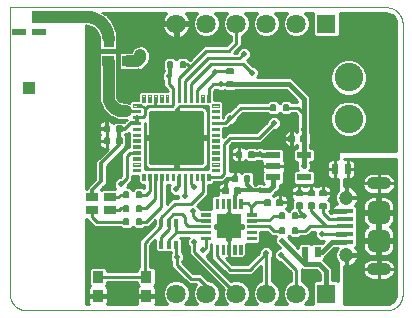
<source format=gtl>
G75*
%MOIN*%
%OFA0B0*%
%FSLAX25Y25*%
%IPPOS*%
%LPD*%
%AMOC8*
5,1,8,0,0,1.08239X$1,22.5*
%
%ADD10C,0.00100*%
%ADD11C,0.00591*%
%ADD12C,0.09500*%
%ADD13C,0.00900*%
%ADD14C,0.00354*%
%ADD15C,0.00661*%
%ADD16R,0.04000X0.03800*%
%ADD17R,0.03800X0.04000*%
%ADD18R,0.03937X0.03150*%
%ADD19R,0.04724X0.02165*%
%ADD20C,0.03740*%
%ADD21R,0.05315X0.01575*%
%ADD22C,0.04000*%
%ADD23C,0.04724*%
%ADD24R,0.01181X0.02598*%
%ADD25R,0.01969X0.03543*%
%ADD26R,0.03937X0.03937*%
%ADD27R,0.04921X0.01969*%
%ADD28R,0.04921X0.03937*%
%ADD29R,0.06425X0.06425*%
%ADD30C,0.06425*%
%ADD31C,0.00266*%
%ADD32R,0.07874X0.07874*%
%ADD33R,0.03543X0.03937*%
%ADD34C,0.01000*%
%ADD35C,0.02400*%
%ADD36C,0.02000*%
%ADD37C,0.00600*%
%ADD38C,0.01600*%
%ADD39C,0.01200*%
%ADD40C,0.01100*%
%ADD41C,0.04000*%
%ADD42C,0.03937*%
%ADD43C,0.01575*%
D10*
X0090095Y0095933D02*
X0210345Y0095933D01*
X0210490Y0095939D01*
X0210636Y0095948D01*
X0210781Y0095961D01*
X0210925Y0095978D01*
X0211069Y0096000D01*
X0211213Y0096024D01*
X0211356Y0096053D01*
X0211497Y0096086D01*
X0211638Y0096122D01*
X0211778Y0096163D01*
X0211917Y0096207D01*
X0212055Y0096255D01*
X0212191Y0096306D01*
X0212325Y0096361D01*
X0212459Y0096420D01*
X0212590Y0096483D01*
X0212720Y0096549D01*
X0212848Y0096618D01*
X0212974Y0096691D01*
X0213098Y0096767D01*
X0213220Y0096847D01*
X0213340Y0096930D01*
X0213457Y0097016D01*
X0213572Y0097105D01*
X0213685Y0097197D01*
X0213795Y0097293D01*
X0213902Y0097391D01*
X0214007Y0097492D01*
X0214109Y0097596D01*
X0214208Y0097703D01*
X0214304Y0097812D01*
X0214397Y0097924D01*
X0214487Y0098038D01*
X0214574Y0098155D01*
X0214658Y0098274D01*
X0214739Y0098395D01*
X0214816Y0098519D01*
X0214890Y0098644D01*
X0214960Y0098772D01*
X0215027Y0098901D01*
X0215090Y0099032D01*
X0215150Y0099165D01*
X0215207Y0099299D01*
X0215259Y0099435D01*
X0215308Y0099572D01*
X0215353Y0099710D01*
X0215394Y0099850D01*
X0215432Y0099991D01*
X0215466Y0100132D01*
X0215496Y0100275D01*
X0215522Y0100418D01*
X0215544Y0100562D01*
X0215562Y0100706D01*
X0215577Y0100851D01*
X0215587Y0100996D01*
X0215593Y0101142D01*
X0215596Y0101287D01*
X0215595Y0101433D01*
X0215595Y0191433D01*
X0215596Y0191434D02*
X0215592Y0191582D01*
X0215584Y0191729D01*
X0215573Y0191877D01*
X0215557Y0192024D01*
X0215538Y0192171D01*
X0215515Y0192318D01*
X0215488Y0192463D01*
X0215457Y0192608D01*
X0215422Y0192752D01*
X0215383Y0192895D01*
X0215341Y0193037D01*
X0215295Y0193177D01*
X0215245Y0193317D01*
X0215191Y0193455D01*
X0215134Y0193591D01*
X0215073Y0193726D01*
X0215008Y0193860D01*
X0214940Y0193991D01*
X0214869Y0194121D01*
X0214794Y0194249D01*
X0214715Y0194375D01*
X0214634Y0194498D01*
X0214549Y0194619D01*
X0214461Y0194739D01*
X0214370Y0194855D01*
X0214275Y0194969D01*
X0214178Y0195081D01*
X0214078Y0195190D01*
X0213975Y0195296D01*
X0213869Y0195400D01*
X0213760Y0195501D01*
X0213649Y0195598D01*
X0213535Y0195693D01*
X0213419Y0195785D01*
X0213300Y0195873D01*
X0213179Y0195959D01*
X0213056Y0196041D01*
X0212931Y0196120D01*
X0212803Y0196195D01*
X0212674Y0196267D01*
X0212542Y0196336D01*
X0212409Y0196401D01*
X0212275Y0196462D01*
X0212138Y0196520D01*
X0212000Y0196574D01*
X0211861Y0196625D01*
X0211721Y0196672D01*
X0211579Y0196715D01*
X0211436Y0196754D01*
X0211292Y0196790D01*
X0211148Y0196821D01*
X0211002Y0196849D01*
X0210856Y0196873D01*
X0210709Y0196893D01*
X0210562Y0196909D01*
X0210415Y0196921D01*
X0210267Y0196929D01*
X0210119Y0196933D01*
X0209970Y0196934D01*
X0209970Y0196933D02*
X0084720Y0196933D01*
X0084720Y0101183D01*
X0084724Y0101040D01*
X0084732Y0100896D01*
X0084743Y0100753D01*
X0084758Y0100609D01*
X0084777Y0100467D01*
X0084800Y0100325D01*
X0084827Y0100183D01*
X0084858Y0100043D01*
X0084892Y0099903D01*
X0084931Y0099764D01*
X0084973Y0099627D01*
X0085018Y0099490D01*
X0085068Y0099355D01*
X0085121Y0099222D01*
X0085177Y0099089D01*
X0085238Y0098959D01*
X0085301Y0098830D01*
X0085369Y0098702D01*
X0085439Y0098577D01*
X0085513Y0098453D01*
X0085590Y0098332D01*
X0085671Y0098213D01*
X0085755Y0098096D01*
X0085841Y0097981D01*
X0085931Y0097869D01*
X0086024Y0097759D01*
X0086120Y0097652D01*
X0086219Y0097547D01*
X0086321Y0097445D01*
X0086425Y0097346D01*
X0086532Y0097250D01*
X0086641Y0097156D01*
X0086753Y0097066D01*
X0086868Y0096979D01*
X0086984Y0096895D01*
X0087103Y0096814D01*
X0087224Y0096736D01*
X0087348Y0096662D01*
X0087473Y0096591D01*
X0087600Y0096523D01*
X0087729Y0096459D01*
X0087859Y0096398D01*
X0087991Y0096341D01*
X0088125Y0096288D01*
X0088260Y0096238D01*
X0088396Y0096192D01*
X0088533Y0096149D01*
X0088672Y0096110D01*
X0088812Y0096075D01*
X0088952Y0096044D01*
X0089093Y0096017D01*
X0089235Y0095993D01*
X0089378Y0095974D01*
X0089521Y0095958D01*
X0089664Y0095946D01*
X0089808Y0095938D01*
X0089952Y0095934D01*
X0090096Y0095933D01*
D11*
X0122741Y0126319D02*
X0124119Y0126319D01*
X0124119Y0124547D01*
X0122741Y0124547D01*
X0122741Y0126319D01*
X0122741Y0125137D02*
X0124119Y0125137D01*
X0124119Y0125727D02*
X0122741Y0125727D01*
X0122741Y0126317D02*
X0124119Y0126317D01*
X0124119Y0130819D02*
X0122741Y0130819D01*
X0124119Y0130819D02*
X0124119Y0129047D01*
X0122741Y0129047D01*
X0122741Y0130819D01*
X0122741Y0129637D02*
X0124119Y0129637D01*
X0124119Y0130227D02*
X0122741Y0130227D01*
X0122741Y0130817D02*
X0124119Y0130817D01*
X0124119Y0135319D02*
X0122741Y0135319D01*
X0124119Y0135319D02*
X0124119Y0133547D01*
X0122741Y0133547D01*
X0122741Y0135319D01*
X0122741Y0134137D02*
X0124119Y0134137D01*
X0124119Y0134727D02*
X0122741Y0134727D01*
X0122741Y0135317D02*
X0124119Y0135317D01*
X0127071Y0135319D02*
X0128449Y0135319D01*
X0128449Y0133547D01*
X0127071Y0133547D01*
X0127071Y0135319D01*
X0127071Y0134137D02*
X0128449Y0134137D01*
X0128449Y0134727D02*
X0127071Y0134727D01*
X0127071Y0135317D02*
X0128449Y0135317D01*
X0128449Y0130819D02*
X0127071Y0130819D01*
X0128449Y0130819D02*
X0128449Y0129047D01*
X0127071Y0129047D01*
X0127071Y0130819D01*
X0127071Y0129637D02*
X0128449Y0129637D01*
X0128449Y0130227D02*
X0127071Y0130227D01*
X0127071Y0130817D02*
X0128449Y0130817D01*
X0128449Y0126319D02*
X0127071Y0126319D01*
X0128449Y0126319D02*
X0128449Y0124547D01*
X0127071Y0124547D01*
X0127071Y0126319D01*
X0127071Y0125137D02*
X0128449Y0125137D01*
X0128449Y0125727D02*
X0127071Y0125727D01*
X0127071Y0126317D02*
X0128449Y0126317D01*
X0174741Y0126547D02*
X0176119Y0126547D01*
X0174741Y0126547D02*
X0174741Y0128319D01*
X0176119Y0128319D01*
X0176119Y0126547D01*
X0176119Y0127137D02*
X0174741Y0127137D01*
X0174741Y0127727D02*
X0176119Y0127727D01*
X0176119Y0128317D02*
X0174741Y0128317D01*
X0179071Y0126547D02*
X0180449Y0126547D01*
X0179071Y0126547D02*
X0179071Y0128319D01*
X0180449Y0128319D01*
X0180449Y0126547D01*
X0180449Y0127137D02*
X0179071Y0127137D01*
X0179071Y0127727D02*
X0180449Y0127727D01*
X0180449Y0128317D02*
X0179071Y0128317D01*
X0179071Y0121547D02*
X0180449Y0121547D01*
X0179071Y0121547D02*
X0179071Y0123319D01*
X0180449Y0123319D01*
X0180449Y0121547D01*
X0180449Y0122137D02*
X0179071Y0122137D01*
X0179071Y0122727D02*
X0180449Y0122727D01*
X0180449Y0123317D02*
X0179071Y0123317D01*
X0176119Y0121547D02*
X0174741Y0121547D01*
X0174741Y0123319D01*
X0176119Y0123319D01*
X0176119Y0121547D01*
X0176119Y0122137D02*
X0174741Y0122137D01*
X0174741Y0122727D02*
X0176119Y0122727D01*
X0176119Y0123317D02*
X0174741Y0123317D01*
X0188209Y0130079D02*
X0188209Y0131457D01*
X0189981Y0131457D01*
X0189981Y0130079D01*
X0188209Y0130079D01*
X0188209Y0130669D02*
X0189981Y0130669D01*
X0189981Y0131259D02*
X0188209Y0131259D01*
X0188209Y0134409D02*
X0188209Y0135787D01*
X0189981Y0135787D01*
X0189981Y0134409D01*
X0188209Y0134409D01*
X0188209Y0134999D02*
X0189981Y0134999D01*
X0189981Y0135589D02*
X0188209Y0135589D01*
X0177449Y0162547D02*
X0176071Y0162547D01*
X0176071Y0164319D01*
X0177449Y0164319D01*
X0177449Y0162547D01*
X0177449Y0163137D02*
X0176071Y0163137D01*
X0176071Y0163727D02*
X0177449Y0163727D01*
X0177449Y0164317D02*
X0176071Y0164317D01*
X0173119Y0162547D02*
X0171741Y0162547D01*
X0171741Y0164319D01*
X0173119Y0164319D01*
X0173119Y0162547D01*
X0173119Y0163137D02*
X0171741Y0163137D01*
X0171741Y0163727D02*
X0173119Y0163727D01*
X0173119Y0164317D02*
X0171741Y0164317D01*
X0157209Y0170579D02*
X0157209Y0171957D01*
X0158981Y0171957D01*
X0158981Y0170579D01*
X0157209Y0170579D01*
X0157209Y0171169D02*
X0158981Y0171169D01*
X0158981Y0171759D02*
X0157209Y0171759D01*
X0157209Y0174909D02*
X0157209Y0176287D01*
X0158981Y0176287D01*
X0158981Y0174909D01*
X0157209Y0174909D01*
X0157209Y0175499D02*
X0158981Y0175499D01*
X0158981Y0176089D02*
X0157209Y0176089D01*
X0142949Y0178819D02*
X0141571Y0178819D01*
X0142949Y0178819D02*
X0142949Y0177047D01*
X0141571Y0177047D01*
X0141571Y0178819D01*
X0141571Y0177637D02*
X0142949Y0177637D01*
X0142949Y0178227D02*
X0141571Y0178227D01*
X0141571Y0178817D02*
X0142949Y0178817D01*
X0138619Y0178819D02*
X0137241Y0178819D01*
X0138619Y0178819D02*
X0138619Y0177047D01*
X0137241Y0177047D01*
X0137241Y0178819D01*
X0137241Y0177637D02*
X0138619Y0177637D01*
X0138619Y0178227D02*
X0137241Y0178227D01*
X0137241Y0178817D02*
X0138619Y0178817D01*
D12*
X0197595Y0173520D03*
X0197595Y0159740D03*
D13*
X0148645Y0144883D02*
X0131545Y0144883D01*
X0131545Y0161983D01*
X0148645Y0161983D01*
X0148645Y0144883D01*
X0148645Y0145782D02*
X0131545Y0145782D01*
X0131545Y0146681D02*
X0148645Y0146681D01*
X0148645Y0147580D02*
X0131545Y0147580D01*
X0131545Y0148479D02*
X0148645Y0148479D01*
X0148645Y0149378D02*
X0131545Y0149378D01*
X0131545Y0150277D02*
X0148645Y0150277D01*
X0148645Y0151176D02*
X0131545Y0151176D01*
X0131545Y0152075D02*
X0148645Y0152075D01*
X0148645Y0152974D02*
X0131545Y0152974D01*
X0131545Y0153873D02*
X0148645Y0153873D01*
X0148645Y0154772D02*
X0131545Y0154772D01*
X0131545Y0155671D02*
X0148645Y0155671D01*
X0148645Y0156570D02*
X0131545Y0156570D01*
X0131545Y0157469D02*
X0148645Y0157469D01*
X0148645Y0158368D02*
X0131545Y0158368D01*
X0131545Y0159267D02*
X0148645Y0159267D01*
X0148645Y0160166D02*
X0131545Y0160166D01*
X0131545Y0161065D02*
X0148645Y0161065D01*
X0148645Y0161964D02*
X0131545Y0161964D01*
D14*
X0125872Y0161878D02*
X0125872Y0162704D01*
X0128118Y0162704D01*
X0128118Y0161878D01*
X0125872Y0161878D01*
X0125872Y0162231D02*
X0128118Y0162231D01*
X0128118Y0162584D02*
X0125872Y0162584D01*
X0125872Y0163847D02*
X0125872Y0164673D01*
X0128118Y0164673D01*
X0128118Y0163847D01*
X0125872Y0163847D01*
X0125872Y0164200D02*
X0128118Y0164200D01*
X0128118Y0164553D02*
X0125872Y0164553D01*
X0128855Y0167656D02*
X0129681Y0167656D01*
X0129681Y0165410D01*
X0128855Y0165410D01*
X0128855Y0167656D01*
X0128855Y0165763D02*
X0129681Y0165763D01*
X0129681Y0166116D02*
X0128855Y0166116D01*
X0128855Y0166469D02*
X0129681Y0166469D01*
X0129681Y0166822D02*
X0128855Y0166822D01*
X0128855Y0167175D02*
X0129681Y0167175D01*
X0129681Y0167528D02*
X0128855Y0167528D01*
X0130824Y0167656D02*
X0131650Y0167656D01*
X0131650Y0165410D01*
X0130824Y0165410D01*
X0130824Y0167656D01*
X0130824Y0165763D02*
X0131650Y0165763D01*
X0131650Y0166116D02*
X0130824Y0166116D01*
X0130824Y0166469D02*
X0131650Y0166469D01*
X0131650Y0166822D02*
X0130824Y0166822D01*
X0130824Y0167175D02*
X0131650Y0167175D01*
X0131650Y0167528D02*
X0130824Y0167528D01*
X0132792Y0167656D02*
X0133618Y0167656D01*
X0133618Y0165410D01*
X0132792Y0165410D01*
X0132792Y0167656D01*
X0132792Y0165763D02*
X0133618Y0165763D01*
X0133618Y0166116D02*
X0132792Y0166116D01*
X0132792Y0166469D02*
X0133618Y0166469D01*
X0133618Y0166822D02*
X0132792Y0166822D01*
X0132792Y0167175D02*
X0133618Y0167175D01*
X0133618Y0167528D02*
X0132792Y0167528D01*
X0134761Y0167656D02*
X0135587Y0167656D01*
X0135587Y0165410D01*
X0134761Y0165410D01*
X0134761Y0167656D01*
X0134761Y0165763D02*
X0135587Y0165763D01*
X0135587Y0166116D02*
X0134761Y0166116D01*
X0134761Y0166469D02*
X0135587Y0166469D01*
X0135587Y0166822D02*
X0134761Y0166822D01*
X0134761Y0167175D02*
X0135587Y0167175D01*
X0135587Y0167528D02*
X0134761Y0167528D01*
X0136729Y0167656D02*
X0137555Y0167656D01*
X0137555Y0165410D01*
X0136729Y0165410D01*
X0136729Y0167656D01*
X0136729Y0165763D02*
X0137555Y0165763D01*
X0137555Y0166116D02*
X0136729Y0166116D01*
X0136729Y0166469D02*
X0137555Y0166469D01*
X0137555Y0166822D02*
X0136729Y0166822D01*
X0136729Y0167175D02*
X0137555Y0167175D01*
X0137555Y0167528D02*
X0136729Y0167528D01*
X0138698Y0167656D02*
X0139524Y0167656D01*
X0139524Y0165410D01*
X0138698Y0165410D01*
X0138698Y0167656D01*
X0138698Y0165763D02*
X0139524Y0165763D01*
X0139524Y0166116D02*
X0138698Y0166116D01*
X0138698Y0166469D02*
X0139524Y0166469D01*
X0139524Y0166822D02*
X0138698Y0166822D01*
X0138698Y0167175D02*
X0139524Y0167175D01*
X0139524Y0167528D02*
X0138698Y0167528D01*
X0140666Y0167656D02*
X0141492Y0167656D01*
X0141492Y0165410D01*
X0140666Y0165410D01*
X0140666Y0167656D01*
X0140666Y0165763D02*
X0141492Y0165763D01*
X0141492Y0166116D02*
X0140666Y0166116D01*
X0140666Y0166469D02*
X0141492Y0166469D01*
X0141492Y0166822D02*
X0140666Y0166822D01*
X0140666Y0167175D02*
X0141492Y0167175D01*
X0141492Y0167528D02*
X0140666Y0167528D01*
X0142635Y0167656D02*
X0143461Y0167656D01*
X0143461Y0165410D01*
X0142635Y0165410D01*
X0142635Y0167656D01*
X0142635Y0165763D02*
X0143461Y0165763D01*
X0143461Y0166116D02*
X0142635Y0166116D01*
X0142635Y0166469D02*
X0143461Y0166469D01*
X0143461Y0166822D02*
X0142635Y0166822D01*
X0142635Y0167175D02*
X0143461Y0167175D01*
X0143461Y0167528D02*
X0142635Y0167528D01*
X0144603Y0167656D02*
X0145429Y0167656D01*
X0145429Y0165410D01*
X0144603Y0165410D01*
X0144603Y0167656D01*
X0144603Y0165763D02*
X0145429Y0165763D01*
X0145429Y0166116D02*
X0144603Y0166116D01*
X0144603Y0166469D02*
X0145429Y0166469D01*
X0145429Y0166822D02*
X0144603Y0166822D01*
X0144603Y0167175D02*
X0145429Y0167175D01*
X0145429Y0167528D02*
X0144603Y0167528D01*
X0146572Y0167656D02*
X0147398Y0167656D01*
X0147398Y0165410D01*
X0146572Y0165410D01*
X0146572Y0167656D01*
X0146572Y0165763D02*
X0147398Y0165763D01*
X0147398Y0166116D02*
X0146572Y0166116D01*
X0146572Y0166469D02*
X0147398Y0166469D01*
X0147398Y0166822D02*
X0146572Y0166822D01*
X0146572Y0167175D02*
X0147398Y0167175D01*
X0147398Y0167528D02*
X0146572Y0167528D01*
X0148540Y0167656D02*
X0149366Y0167656D01*
X0149366Y0165410D01*
X0148540Y0165410D01*
X0148540Y0167656D01*
X0148540Y0165763D02*
X0149366Y0165763D01*
X0149366Y0166116D02*
X0148540Y0166116D01*
X0148540Y0166469D02*
X0149366Y0166469D01*
X0149366Y0166822D02*
X0148540Y0166822D01*
X0148540Y0167175D02*
X0149366Y0167175D01*
X0149366Y0167528D02*
X0148540Y0167528D01*
X0150509Y0167656D02*
X0151335Y0167656D01*
X0151335Y0165410D01*
X0150509Y0165410D01*
X0150509Y0167656D01*
X0150509Y0165763D02*
X0151335Y0165763D01*
X0151335Y0166116D02*
X0150509Y0166116D01*
X0150509Y0166469D02*
X0151335Y0166469D01*
X0151335Y0166822D02*
X0150509Y0166822D01*
X0150509Y0167175D02*
X0151335Y0167175D01*
X0151335Y0167528D02*
X0150509Y0167528D01*
X0154318Y0164673D02*
X0154318Y0163847D01*
X0152072Y0163847D01*
X0152072Y0164673D01*
X0154318Y0164673D01*
X0154318Y0164200D02*
X0152072Y0164200D01*
X0152072Y0164553D02*
X0154318Y0164553D01*
X0154318Y0162704D02*
X0154318Y0161878D01*
X0152072Y0161878D01*
X0152072Y0162704D01*
X0154318Y0162704D01*
X0154318Y0162231D02*
X0152072Y0162231D01*
X0152072Y0162584D02*
X0154318Y0162584D01*
X0154318Y0160736D02*
X0154318Y0159910D01*
X0152072Y0159910D01*
X0152072Y0160736D01*
X0154318Y0160736D01*
X0154318Y0160263D02*
X0152072Y0160263D01*
X0152072Y0160616D02*
X0154318Y0160616D01*
X0154318Y0158767D02*
X0154318Y0157941D01*
X0152072Y0157941D01*
X0152072Y0158767D01*
X0154318Y0158767D01*
X0154318Y0158294D02*
X0152072Y0158294D01*
X0152072Y0158647D02*
X0154318Y0158647D01*
X0154318Y0156799D02*
X0154318Y0155973D01*
X0152072Y0155973D01*
X0152072Y0156799D01*
X0154318Y0156799D01*
X0154318Y0156326D02*
X0152072Y0156326D01*
X0152072Y0156679D02*
X0154318Y0156679D01*
X0154318Y0154830D02*
X0154318Y0154004D01*
X0152072Y0154004D01*
X0152072Y0154830D01*
X0154318Y0154830D01*
X0154318Y0154357D02*
X0152072Y0154357D01*
X0152072Y0154710D02*
X0154318Y0154710D01*
X0154318Y0152862D02*
X0154318Y0152036D01*
X0152072Y0152036D01*
X0152072Y0152862D01*
X0154318Y0152862D01*
X0154318Y0152389D02*
X0152072Y0152389D01*
X0152072Y0152742D02*
X0154318Y0152742D01*
X0154318Y0150893D02*
X0154318Y0150067D01*
X0152072Y0150067D01*
X0152072Y0150893D01*
X0154318Y0150893D01*
X0154318Y0150420D02*
X0152072Y0150420D01*
X0152072Y0150773D02*
X0154318Y0150773D01*
X0154318Y0148925D02*
X0154318Y0148099D01*
X0152072Y0148099D01*
X0152072Y0148925D01*
X0154318Y0148925D01*
X0154318Y0148452D02*
X0152072Y0148452D01*
X0152072Y0148805D02*
X0154318Y0148805D01*
X0154318Y0146956D02*
X0154318Y0146130D01*
X0152072Y0146130D01*
X0152072Y0146956D01*
X0154318Y0146956D01*
X0154318Y0146483D02*
X0152072Y0146483D01*
X0152072Y0146836D02*
X0154318Y0146836D01*
X0154318Y0144988D02*
X0154318Y0144162D01*
X0152072Y0144162D01*
X0152072Y0144988D01*
X0154318Y0144988D01*
X0154318Y0144515D02*
X0152072Y0144515D01*
X0152072Y0144868D02*
X0154318Y0144868D01*
X0154318Y0143019D02*
X0154318Y0142193D01*
X0152072Y0142193D01*
X0152072Y0143019D01*
X0154318Y0143019D01*
X0154318Y0142546D02*
X0152072Y0142546D01*
X0152072Y0142899D02*
X0154318Y0142899D01*
X0151335Y0139210D02*
X0150509Y0139210D01*
X0150509Y0141456D01*
X0151335Y0141456D01*
X0151335Y0139210D01*
X0151335Y0139563D02*
X0150509Y0139563D01*
X0150509Y0139916D02*
X0151335Y0139916D01*
X0151335Y0140269D02*
X0150509Y0140269D01*
X0150509Y0140622D02*
X0151335Y0140622D01*
X0151335Y0140975D02*
X0150509Y0140975D01*
X0150509Y0141328D02*
X0151335Y0141328D01*
X0149366Y0139210D02*
X0148540Y0139210D01*
X0148540Y0141456D01*
X0149366Y0141456D01*
X0149366Y0139210D01*
X0149366Y0139563D02*
X0148540Y0139563D01*
X0148540Y0139916D02*
X0149366Y0139916D01*
X0149366Y0140269D02*
X0148540Y0140269D01*
X0148540Y0140622D02*
X0149366Y0140622D01*
X0149366Y0140975D02*
X0148540Y0140975D01*
X0148540Y0141328D02*
X0149366Y0141328D01*
X0147398Y0139210D02*
X0146572Y0139210D01*
X0146572Y0141456D01*
X0147398Y0141456D01*
X0147398Y0139210D01*
X0147398Y0139563D02*
X0146572Y0139563D01*
X0146572Y0139916D02*
X0147398Y0139916D01*
X0147398Y0140269D02*
X0146572Y0140269D01*
X0146572Y0140622D02*
X0147398Y0140622D01*
X0147398Y0140975D02*
X0146572Y0140975D01*
X0146572Y0141328D02*
X0147398Y0141328D01*
X0145429Y0139210D02*
X0144603Y0139210D01*
X0144603Y0141456D01*
X0145429Y0141456D01*
X0145429Y0139210D01*
X0145429Y0139563D02*
X0144603Y0139563D01*
X0144603Y0139916D02*
X0145429Y0139916D01*
X0145429Y0140269D02*
X0144603Y0140269D01*
X0144603Y0140622D02*
X0145429Y0140622D01*
X0145429Y0140975D02*
X0144603Y0140975D01*
X0144603Y0141328D02*
X0145429Y0141328D01*
X0143461Y0139210D02*
X0142635Y0139210D01*
X0142635Y0141456D01*
X0143461Y0141456D01*
X0143461Y0139210D01*
X0143461Y0139563D02*
X0142635Y0139563D01*
X0142635Y0139916D02*
X0143461Y0139916D01*
X0143461Y0140269D02*
X0142635Y0140269D01*
X0142635Y0140622D02*
X0143461Y0140622D01*
X0143461Y0140975D02*
X0142635Y0140975D01*
X0142635Y0141328D02*
X0143461Y0141328D01*
X0141492Y0139210D02*
X0140666Y0139210D01*
X0140666Y0141456D01*
X0141492Y0141456D01*
X0141492Y0139210D01*
X0141492Y0139563D02*
X0140666Y0139563D01*
X0140666Y0139916D02*
X0141492Y0139916D01*
X0141492Y0140269D02*
X0140666Y0140269D01*
X0140666Y0140622D02*
X0141492Y0140622D01*
X0141492Y0140975D02*
X0140666Y0140975D01*
X0140666Y0141328D02*
X0141492Y0141328D01*
X0139524Y0139210D02*
X0138698Y0139210D01*
X0138698Y0141456D01*
X0139524Y0141456D01*
X0139524Y0139210D01*
X0139524Y0139563D02*
X0138698Y0139563D01*
X0138698Y0139916D02*
X0139524Y0139916D01*
X0139524Y0140269D02*
X0138698Y0140269D01*
X0138698Y0140622D02*
X0139524Y0140622D01*
X0139524Y0140975D02*
X0138698Y0140975D01*
X0138698Y0141328D02*
X0139524Y0141328D01*
X0137555Y0139210D02*
X0136729Y0139210D01*
X0136729Y0141456D01*
X0137555Y0141456D01*
X0137555Y0139210D01*
X0137555Y0139563D02*
X0136729Y0139563D01*
X0136729Y0139916D02*
X0137555Y0139916D01*
X0137555Y0140269D02*
X0136729Y0140269D01*
X0136729Y0140622D02*
X0137555Y0140622D01*
X0137555Y0140975D02*
X0136729Y0140975D01*
X0136729Y0141328D02*
X0137555Y0141328D01*
X0135587Y0139210D02*
X0134761Y0139210D01*
X0134761Y0141456D01*
X0135587Y0141456D01*
X0135587Y0139210D01*
X0135587Y0139563D02*
X0134761Y0139563D01*
X0134761Y0139916D02*
X0135587Y0139916D01*
X0135587Y0140269D02*
X0134761Y0140269D01*
X0134761Y0140622D02*
X0135587Y0140622D01*
X0135587Y0140975D02*
X0134761Y0140975D01*
X0134761Y0141328D02*
X0135587Y0141328D01*
X0133618Y0139210D02*
X0132792Y0139210D01*
X0132792Y0141456D01*
X0133618Y0141456D01*
X0133618Y0139210D01*
X0133618Y0139563D02*
X0132792Y0139563D01*
X0132792Y0139916D02*
X0133618Y0139916D01*
X0133618Y0140269D02*
X0132792Y0140269D01*
X0132792Y0140622D02*
X0133618Y0140622D01*
X0133618Y0140975D02*
X0132792Y0140975D01*
X0132792Y0141328D02*
X0133618Y0141328D01*
X0131650Y0139210D02*
X0130824Y0139210D01*
X0130824Y0141456D01*
X0131650Y0141456D01*
X0131650Y0139210D01*
X0131650Y0139563D02*
X0130824Y0139563D01*
X0130824Y0139916D02*
X0131650Y0139916D01*
X0131650Y0140269D02*
X0130824Y0140269D01*
X0130824Y0140622D02*
X0131650Y0140622D01*
X0131650Y0140975D02*
X0130824Y0140975D01*
X0130824Y0141328D02*
X0131650Y0141328D01*
X0129681Y0139210D02*
X0128855Y0139210D01*
X0128855Y0141456D01*
X0129681Y0141456D01*
X0129681Y0139210D01*
X0129681Y0139563D02*
X0128855Y0139563D01*
X0128855Y0139916D02*
X0129681Y0139916D01*
X0129681Y0140269D02*
X0128855Y0140269D01*
X0128855Y0140622D02*
X0129681Y0140622D01*
X0129681Y0140975D02*
X0128855Y0140975D01*
X0128855Y0141328D02*
X0129681Y0141328D01*
X0125872Y0142193D02*
X0125872Y0143019D01*
X0128118Y0143019D01*
X0128118Y0142193D01*
X0125872Y0142193D01*
X0125872Y0142546D02*
X0128118Y0142546D01*
X0128118Y0142899D02*
X0125872Y0142899D01*
X0125872Y0144162D02*
X0125872Y0144988D01*
X0128118Y0144988D01*
X0128118Y0144162D01*
X0125872Y0144162D01*
X0125872Y0144515D02*
X0128118Y0144515D01*
X0128118Y0144868D02*
X0125872Y0144868D01*
X0125872Y0146130D02*
X0125872Y0146956D01*
X0128118Y0146956D01*
X0128118Y0146130D01*
X0125872Y0146130D01*
X0125872Y0146483D02*
X0128118Y0146483D01*
X0128118Y0146836D02*
X0125872Y0146836D01*
X0125872Y0148099D02*
X0125872Y0148925D01*
X0128118Y0148925D01*
X0128118Y0148099D01*
X0125872Y0148099D01*
X0125872Y0148452D02*
X0128118Y0148452D01*
X0128118Y0148805D02*
X0125872Y0148805D01*
X0125872Y0150067D02*
X0125872Y0150893D01*
X0128118Y0150893D01*
X0128118Y0150067D01*
X0125872Y0150067D01*
X0125872Y0150420D02*
X0128118Y0150420D01*
X0128118Y0150773D02*
X0125872Y0150773D01*
X0125872Y0152036D02*
X0125872Y0152862D01*
X0128118Y0152862D01*
X0128118Y0152036D01*
X0125872Y0152036D01*
X0125872Y0152389D02*
X0128118Y0152389D01*
X0128118Y0152742D02*
X0125872Y0152742D01*
X0125872Y0154004D02*
X0125872Y0154830D01*
X0128118Y0154830D01*
X0128118Y0154004D01*
X0125872Y0154004D01*
X0125872Y0154357D02*
X0128118Y0154357D01*
X0128118Y0154710D02*
X0125872Y0154710D01*
X0125872Y0155973D02*
X0125872Y0156799D01*
X0128118Y0156799D01*
X0128118Y0155973D01*
X0125872Y0155973D01*
X0125872Y0156326D02*
X0128118Y0156326D01*
X0128118Y0156679D02*
X0125872Y0156679D01*
X0125872Y0157941D02*
X0125872Y0158767D01*
X0128118Y0158767D01*
X0128118Y0157941D01*
X0125872Y0157941D01*
X0125872Y0158294D02*
X0128118Y0158294D01*
X0128118Y0158647D02*
X0125872Y0158647D01*
X0125872Y0159910D02*
X0125872Y0160736D01*
X0128118Y0160736D01*
X0128118Y0159910D01*
X0125872Y0159910D01*
X0125872Y0160263D02*
X0128118Y0160263D01*
X0128118Y0160616D02*
X0125872Y0160616D01*
D15*
X0121917Y0157284D02*
X0120373Y0157284D01*
X0121917Y0157284D02*
X0121917Y0155582D01*
X0120373Y0155582D01*
X0120373Y0157284D01*
X0120373Y0156242D02*
X0121917Y0156242D01*
X0121917Y0156902D02*
X0120373Y0156902D01*
X0117802Y0157284D02*
X0116258Y0157284D01*
X0117802Y0157284D02*
X0117802Y0155582D01*
X0116258Y0155582D01*
X0116258Y0157284D01*
X0116258Y0156242D02*
X0117802Y0156242D01*
X0117802Y0156902D02*
X0116258Y0156902D01*
X0116258Y0153284D02*
X0117802Y0153284D01*
X0117802Y0151582D01*
X0116258Y0151582D01*
X0116258Y0153284D01*
X0116258Y0152242D02*
X0117802Y0152242D01*
X0117802Y0152902D02*
X0116258Y0152902D01*
X0120373Y0153284D02*
X0121917Y0153284D01*
X0121917Y0151582D01*
X0120373Y0151582D01*
X0120373Y0153284D01*
X0120373Y0152242D02*
X0121917Y0152242D01*
X0121917Y0152902D02*
X0120373Y0152902D01*
X0155773Y0135082D02*
X0157317Y0135082D01*
X0155773Y0135082D02*
X0155773Y0136784D01*
X0157317Y0136784D01*
X0157317Y0135082D01*
X0157317Y0135742D02*
X0155773Y0135742D01*
X0155773Y0136402D02*
X0157317Y0136402D01*
X0159888Y0135082D02*
X0161432Y0135082D01*
X0159888Y0135082D02*
X0159888Y0136784D01*
X0161432Y0136784D01*
X0161432Y0135082D01*
X0161432Y0135742D02*
X0159888Y0135742D01*
X0159888Y0136402D02*
X0161432Y0136402D01*
X0160442Y0138957D02*
X0158898Y0138957D01*
X0158898Y0140659D01*
X0160442Y0140659D01*
X0160442Y0138957D01*
X0160442Y0139617D02*
X0158898Y0139617D01*
X0158898Y0140277D02*
X0160442Y0140277D01*
X0163013Y0138957D02*
X0164557Y0138957D01*
X0163013Y0138957D02*
X0163013Y0140659D01*
X0164557Y0140659D01*
X0164557Y0138957D01*
X0164557Y0139617D02*
X0163013Y0139617D01*
X0163013Y0140277D02*
X0164557Y0140277D01*
X0164373Y0148784D02*
X0165917Y0148784D01*
X0165917Y0147082D01*
X0164373Y0147082D01*
X0164373Y0148784D01*
X0164373Y0147742D02*
X0165917Y0147742D01*
X0165917Y0148402D02*
X0164373Y0148402D01*
X0161802Y0148784D02*
X0160258Y0148784D01*
X0161802Y0148784D02*
X0161802Y0147082D01*
X0160258Y0147082D01*
X0160258Y0148784D01*
X0160258Y0147742D02*
X0161802Y0147742D01*
X0161802Y0148402D02*
X0160258Y0148402D01*
X0177758Y0154034D02*
X0179302Y0154034D01*
X0179302Y0152332D01*
X0177758Y0152332D01*
X0177758Y0154034D01*
X0177758Y0152992D02*
X0179302Y0152992D01*
X0179302Y0153652D02*
X0177758Y0153652D01*
X0181873Y0154034D02*
X0183417Y0154034D01*
X0183417Y0152332D01*
X0181873Y0152332D01*
X0181873Y0154034D01*
X0181873Y0152992D02*
X0183417Y0152992D01*
X0183417Y0153652D02*
X0181873Y0153652D01*
X0181946Y0135770D02*
X0181946Y0134226D01*
X0180244Y0134226D01*
X0180244Y0135770D01*
X0181946Y0135770D01*
X0181946Y0134886D02*
X0180244Y0134886D01*
X0180244Y0135546D02*
X0181946Y0135546D01*
X0185946Y0135770D02*
X0185946Y0134226D01*
X0184244Y0134226D01*
X0184244Y0135770D01*
X0185946Y0135770D01*
X0185946Y0134886D02*
X0184244Y0134886D01*
X0184244Y0135546D02*
X0185946Y0135546D01*
X0185946Y0131655D02*
X0185946Y0130111D01*
X0184244Y0130111D01*
X0184244Y0131655D01*
X0185946Y0131655D01*
X0185946Y0130771D02*
X0184244Y0130771D01*
X0184244Y0131431D02*
X0185946Y0131431D01*
X0181946Y0131655D02*
X0181946Y0130111D01*
X0180244Y0130111D01*
X0180244Y0131655D01*
X0181946Y0131655D01*
X0181946Y0130771D02*
X0180244Y0130771D01*
X0180244Y0131431D02*
X0181946Y0131431D01*
X0175432Y0131082D02*
X0173888Y0131082D01*
X0173888Y0132784D01*
X0175432Y0132784D01*
X0175432Y0131082D01*
X0175432Y0131742D02*
X0173888Y0131742D01*
X0173888Y0132402D02*
X0175432Y0132402D01*
X0171317Y0131082D02*
X0169773Y0131082D01*
X0169773Y0132784D01*
X0171317Y0132784D01*
X0171317Y0131082D01*
X0171317Y0131742D02*
X0169773Y0131742D01*
X0169773Y0132402D02*
X0171317Y0132402D01*
D16*
X0124192Y0178933D03*
X0117499Y0178933D03*
D17*
X0117595Y0178837D03*
X0117595Y0185530D03*
D18*
X0118048Y0133598D03*
X0112142Y0133598D03*
X0112142Y0129268D03*
X0118048Y0129268D03*
D19*
X0172477Y0140193D03*
X0172477Y0143933D03*
X0172477Y0147673D03*
X0182714Y0147673D03*
X0182714Y0140193D03*
D20*
X0205725Y0130527D02*
X0209465Y0130527D01*
X0209465Y0126787D01*
X0205725Y0126787D01*
X0205725Y0130527D01*
X0205725Y0130526D02*
X0209465Y0130526D01*
X0209465Y0121079D02*
X0205725Y0121079D01*
X0209465Y0121079D02*
X0209465Y0117339D01*
X0205725Y0117339D01*
X0205725Y0121079D01*
X0205725Y0121078D02*
X0209465Y0121078D01*
D21*
X0196276Y0121374D03*
X0196276Y0123933D03*
X0196276Y0126492D03*
X0196276Y0129051D03*
X0196276Y0118815D03*
D22*
X0205595Y0109661D02*
X0209595Y0109661D01*
X0209595Y0138205D02*
X0205595Y0138205D01*
D23*
X0196847Y0133480D03*
X0196847Y0114386D03*
D24*
X0140154Y0117811D03*
X0137595Y0117811D03*
X0135036Y0117811D03*
X0135036Y0125055D03*
X0137595Y0125055D03*
X0140154Y0125055D03*
D25*
X0182930Y0115433D03*
X0187260Y0115433D03*
X0192930Y0142933D03*
X0197260Y0142933D03*
D26*
X0091095Y0170122D03*
D27*
X0087650Y0188823D03*
X0094540Y0188823D03*
D28*
X0094540Y0193744D03*
D29*
X0190095Y0191433D03*
X0190095Y0101433D03*
D30*
X0180095Y0101433D03*
X0170095Y0101433D03*
X0160095Y0101433D03*
X0150095Y0101433D03*
X0140095Y0101433D03*
X0140095Y0191433D03*
X0150095Y0191433D03*
X0160095Y0191433D03*
X0170095Y0191433D03*
X0180095Y0191433D03*
D31*
X0161930Y0133071D02*
X0161930Y0130031D01*
X0161134Y0130031D01*
X0161134Y0133071D01*
X0161930Y0133071D01*
X0161930Y0130296D02*
X0161134Y0130296D01*
X0161134Y0130561D02*
X0161930Y0130561D01*
X0161930Y0130826D02*
X0161134Y0130826D01*
X0161134Y0131091D02*
X0161930Y0131091D01*
X0161930Y0131356D02*
X0161134Y0131356D01*
X0161134Y0131621D02*
X0161930Y0131621D01*
X0161930Y0131886D02*
X0161134Y0131886D01*
X0161134Y0132151D02*
X0161930Y0132151D01*
X0161930Y0132416D02*
X0161134Y0132416D01*
X0161134Y0132681D02*
X0161930Y0132681D01*
X0161930Y0132946D02*
X0161134Y0132946D01*
X0159962Y0133071D02*
X0159962Y0130031D01*
X0159166Y0130031D01*
X0159166Y0133071D01*
X0159962Y0133071D01*
X0159962Y0130296D02*
X0159166Y0130296D01*
X0159166Y0130561D02*
X0159962Y0130561D01*
X0159962Y0130826D02*
X0159166Y0130826D01*
X0159166Y0131091D02*
X0159962Y0131091D01*
X0159962Y0131356D02*
X0159166Y0131356D01*
X0159166Y0131621D02*
X0159962Y0131621D01*
X0159962Y0131886D02*
X0159166Y0131886D01*
X0159166Y0132151D02*
X0159962Y0132151D01*
X0159962Y0132416D02*
X0159166Y0132416D01*
X0159166Y0132681D02*
X0159962Y0132681D01*
X0159962Y0132946D02*
X0159166Y0132946D01*
X0157993Y0133071D02*
X0157993Y0130031D01*
X0157197Y0130031D01*
X0157197Y0133071D01*
X0157993Y0133071D01*
X0157993Y0130296D02*
X0157197Y0130296D01*
X0157197Y0130561D02*
X0157993Y0130561D01*
X0157993Y0130826D02*
X0157197Y0130826D01*
X0157197Y0131091D02*
X0157993Y0131091D01*
X0157993Y0131356D02*
X0157197Y0131356D01*
X0157197Y0131621D02*
X0157993Y0131621D01*
X0157993Y0131886D02*
X0157197Y0131886D01*
X0157197Y0132151D02*
X0157993Y0132151D01*
X0157993Y0132416D02*
X0157197Y0132416D01*
X0157197Y0132681D02*
X0157993Y0132681D01*
X0157993Y0132946D02*
X0157197Y0132946D01*
X0156025Y0133071D02*
X0156025Y0130031D01*
X0155229Y0130031D01*
X0155229Y0133071D01*
X0156025Y0133071D01*
X0156025Y0130296D02*
X0155229Y0130296D01*
X0155229Y0130561D02*
X0156025Y0130561D01*
X0156025Y0130826D02*
X0155229Y0130826D01*
X0155229Y0131091D02*
X0156025Y0131091D01*
X0156025Y0131356D02*
X0155229Y0131356D01*
X0155229Y0131621D02*
X0156025Y0131621D01*
X0156025Y0131886D02*
X0155229Y0131886D01*
X0155229Y0132151D02*
X0156025Y0132151D01*
X0156025Y0132416D02*
X0155229Y0132416D01*
X0155229Y0132681D02*
X0156025Y0132681D01*
X0156025Y0132946D02*
X0155229Y0132946D01*
X0154056Y0133071D02*
X0154056Y0130031D01*
X0153260Y0130031D01*
X0153260Y0133071D01*
X0154056Y0133071D01*
X0154056Y0130296D02*
X0153260Y0130296D01*
X0153260Y0130561D02*
X0154056Y0130561D01*
X0154056Y0130826D02*
X0153260Y0130826D01*
X0153260Y0131091D02*
X0154056Y0131091D01*
X0154056Y0131356D02*
X0153260Y0131356D01*
X0153260Y0131621D02*
X0154056Y0131621D01*
X0154056Y0131886D02*
X0153260Y0131886D01*
X0153260Y0132151D02*
X0154056Y0132151D01*
X0154056Y0132416D02*
X0153260Y0132416D01*
X0153260Y0132681D02*
X0154056Y0132681D01*
X0154056Y0132946D02*
X0153260Y0132946D01*
X0151497Y0128268D02*
X0148457Y0128268D01*
X0151497Y0128268D02*
X0151497Y0127472D01*
X0148457Y0127472D01*
X0148457Y0128268D01*
X0148457Y0127737D02*
X0151497Y0127737D01*
X0151497Y0128002D02*
X0148457Y0128002D01*
X0148457Y0128267D02*
X0151497Y0128267D01*
X0151497Y0126300D02*
X0148457Y0126300D01*
X0151497Y0126300D02*
X0151497Y0125504D01*
X0148457Y0125504D01*
X0148457Y0126300D01*
X0148457Y0125769D02*
X0151497Y0125769D01*
X0151497Y0126034D02*
X0148457Y0126034D01*
X0148457Y0126299D02*
X0151497Y0126299D01*
X0151497Y0124331D02*
X0148457Y0124331D01*
X0151497Y0124331D02*
X0151497Y0123535D01*
X0148457Y0123535D01*
X0148457Y0124331D01*
X0148457Y0123800D02*
X0151497Y0123800D01*
X0151497Y0124065D02*
X0148457Y0124065D01*
X0148457Y0124330D02*
X0151497Y0124330D01*
X0151497Y0122363D02*
X0148457Y0122363D01*
X0151497Y0122363D02*
X0151497Y0121567D01*
X0148457Y0121567D01*
X0148457Y0122363D01*
X0148457Y0121832D02*
X0151497Y0121832D01*
X0151497Y0122097D02*
X0148457Y0122097D01*
X0148457Y0122362D02*
X0151497Y0122362D01*
X0151497Y0120394D02*
X0148457Y0120394D01*
X0151497Y0120394D02*
X0151497Y0119598D01*
X0148457Y0119598D01*
X0148457Y0120394D01*
X0148457Y0119863D02*
X0151497Y0119863D01*
X0151497Y0120128D02*
X0148457Y0120128D01*
X0148457Y0120393D02*
X0151497Y0120393D01*
X0154056Y0117835D02*
X0154056Y0114795D01*
X0153260Y0114795D01*
X0153260Y0117835D01*
X0154056Y0117835D01*
X0154056Y0115060D02*
X0153260Y0115060D01*
X0153260Y0115325D02*
X0154056Y0115325D01*
X0154056Y0115590D02*
X0153260Y0115590D01*
X0153260Y0115855D02*
X0154056Y0115855D01*
X0154056Y0116120D02*
X0153260Y0116120D01*
X0153260Y0116385D02*
X0154056Y0116385D01*
X0154056Y0116650D02*
X0153260Y0116650D01*
X0153260Y0116915D02*
X0154056Y0116915D01*
X0154056Y0117180D02*
X0153260Y0117180D01*
X0153260Y0117445D02*
X0154056Y0117445D01*
X0154056Y0117710D02*
X0153260Y0117710D01*
X0156025Y0117835D02*
X0156025Y0114795D01*
X0155229Y0114795D01*
X0155229Y0117835D01*
X0156025Y0117835D01*
X0156025Y0115060D02*
X0155229Y0115060D01*
X0155229Y0115325D02*
X0156025Y0115325D01*
X0156025Y0115590D02*
X0155229Y0115590D01*
X0155229Y0115855D02*
X0156025Y0115855D01*
X0156025Y0116120D02*
X0155229Y0116120D01*
X0155229Y0116385D02*
X0156025Y0116385D01*
X0156025Y0116650D02*
X0155229Y0116650D01*
X0155229Y0116915D02*
X0156025Y0116915D01*
X0156025Y0117180D02*
X0155229Y0117180D01*
X0155229Y0117445D02*
X0156025Y0117445D01*
X0156025Y0117710D02*
X0155229Y0117710D01*
X0157993Y0117835D02*
X0157993Y0114795D01*
X0157197Y0114795D01*
X0157197Y0117835D01*
X0157993Y0117835D01*
X0157993Y0115060D02*
X0157197Y0115060D01*
X0157197Y0115325D02*
X0157993Y0115325D01*
X0157993Y0115590D02*
X0157197Y0115590D01*
X0157197Y0115855D02*
X0157993Y0115855D01*
X0157993Y0116120D02*
X0157197Y0116120D01*
X0157197Y0116385D02*
X0157993Y0116385D01*
X0157993Y0116650D02*
X0157197Y0116650D01*
X0157197Y0116915D02*
X0157993Y0116915D01*
X0157993Y0117180D02*
X0157197Y0117180D01*
X0157197Y0117445D02*
X0157993Y0117445D01*
X0157993Y0117710D02*
X0157197Y0117710D01*
X0159962Y0117835D02*
X0159962Y0114795D01*
X0159166Y0114795D01*
X0159166Y0117835D01*
X0159962Y0117835D01*
X0159962Y0115060D02*
X0159166Y0115060D01*
X0159166Y0115325D02*
X0159962Y0115325D01*
X0159962Y0115590D02*
X0159166Y0115590D01*
X0159166Y0115855D02*
X0159962Y0115855D01*
X0159962Y0116120D02*
X0159166Y0116120D01*
X0159166Y0116385D02*
X0159962Y0116385D01*
X0159962Y0116650D02*
X0159166Y0116650D01*
X0159166Y0116915D02*
X0159962Y0116915D01*
X0159962Y0117180D02*
X0159166Y0117180D01*
X0159166Y0117445D02*
X0159962Y0117445D01*
X0159962Y0117710D02*
X0159166Y0117710D01*
X0161930Y0117835D02*
X0161930Y0114795D01*
X0161134Y0114795D01*
X0161134Y0117835D01*
X0161930Y0117835D01*
X0161930Y0115060D02*
X0161134Y0115060D01*
X0161134Y0115325D02*
X0161930Y0115325D01*
X0161930Y0115590D02*
X0161134Y0115590D01*
X0161134Y0115855D02*
X0161930Y0115855D01*
X0161930Y0116120D02*
X0161134Y0116120D01*
X0161134Y0116385D02*
X0161930Y0116385D01*
X0161930Y0116650D02*
X0161134Y0116650D01*
X0161134Y0116915D02*
X0161930Y0116915D01*
X0161930Y0117180D02*
X0161134Y0117180D01*
X0161134Y0117445D02*
X0161930Y0117445D01*
X0161930Y0117710D02*
X0161134Y0117710D01*
X0163693Y0120394D02*
X0166733Y0120394D01*
X0166733Y0119598D01*
X0163693Y0119598D01*
X0163693Y0120394D01*
X0163693Y0119863D02*
X0166733Y0119863D01*
X0166733Y0120128D02*
X0163693Y0120128D01*
X0163693Y0120393D02*
X0166733Y0120393D01*
X0166733Y0122363D02*
X0163693Y0122363D01*
X0166733Y0122363D02*
X0166733Y0121567D01*
X0163693Y0121567D01*
X0163693Y0122363D01*
X0163693Y0121832D02*
X0166733Y0121832D01*
X0166733Y0122097D02*
X0163693Y0122097D01*
X0163693Y0122362D02*
X0166733Y0122362D01*
X0166733Y0124331D02*
X0163693Y0124331D01*
X0166733Y0124331D02*
X0166733Y0123535D01*
X0163693Y0123535D01*
X0163693Y0124331D01*
X0163693Y0123800D02*
X0166733Y0123800D01*
X0166733Y0124065D02*
X0163693Y0124065D01*
X0163693Y0124330D02*
X0166733Y0124330D01*
X0166733Y0126300D02*
X0163693Y0126300D01*
X0166733Y0126300D02*
X0166733Y0125504D01*
X0163693Y0125504D01*
X0163693Y0126300D01*
X0163693Y0125769D02*
X0166733Y0125769D01*
X0166733Y0126034D02*
X0163693Y0126034D01*
X0163693Y0126299D02*
X0166733Y0126299D01*
X0166733Y0128268D02*
X0163693Y0128268D01*
X0166733Y0128268D02*
X0166733Y0127472D01*
X0163693Y0127472D01*
X0163693Y0128268D01*
X0163693Y0127737D02*
X0166733Y0127737D01*
X0166733Y0128002D02*
X0163693Y0128002D01*
X0163693Y0128267D02*
X0166733Y0128267D01*
D32*
X0157595Y0123933D03*
D33*
X0130166Y0107083D03*
X0130166Y0100783D03*
X0114024Y0100783D03*
X0114024Y0107083D03*
D34*
X0130166Y0107083D01*
X0129575Y0107673D01*
X0129575Y0118413D01*
X0135095Y0123933D01*
X0135095Y0124996D01*
X0135036Y0125055D01*
X0135036Y0126874D01*
X0139595Y0131433D01*
X0145095Y0131433D01*
X0148953Y0135291D01*
X0148953Y0140333D01*
X0150922Y0140333D02*
X0154995Y0140333D01*
X0156095Y0141433D01*
X0156095Y0151433D01*
X0158095Y0153433D01*
X0167595Y0153433D01*
X0172595Y0158433D01*
X0174209Y0156795D02*
X0180445Y0156795D01*
X0180445Y0157353D02*
X0180445Y0155613D01*
X0180495Y0155563D01*
X0180495Y0155429D01*
X0180426Y0155498D01*
X0180008Y0155739D01*
X0179542Y0155864D01*
X0178581Y0155864D01*
X0178581Y0153234D01*
X0178479Y0153234D01*
X0178479Y0155864D01*
X0177517Y0155864D01*
X0177052Y0155739D01*
X0176634Y0155498D01*
X0176293Y0155158D01*
X0176052Y0154740D01*
X0175927Y0154274D01*
X0175927Y0153234D01*
X0178479Y0153234D01*
X0178479Y0153132D01*
X0178581Y0153132D01*
X0178581Y0150502D01*
X0179542Y0150502D01*
X0180008Y0150627D01*
X0180426Y0150868D01*
X0180495Y0150937D01*
X0180495Y0150056D01*
X0179813Y0150056D01*
X0179051Y0149294D01*
X0179051Y0146052D01*
X0179813Y0145291D01*
X0180495Y0145291D01*
X0180495Y0145086D01*
X0180295Y0144886D01*
X0180295Y0142980D01*
X0180700Y0142576D01*
X0179813Y0142576D01*
X0179051Y0141814D01*
X0179051Y0138572D01*
X0179813Y0137810D01*
X0185614Y0137810D01*
X0186376Y0138572D01*
X0186376Y0141814D01*
X0185614Y0142576D01*
X0184490Y0142576D01*
X0184895Y0142980D01*
X0184895Y0144886D01*
X0184695Y0145086D01*
X0184695Y0145291D01*
X0185614Y0145291D01*
X0186376Y0146052D01*
X0186376Y0149294D01*
X0185614Y0150056D01*
X0184695Y0150056D01*
X0184695Y0151305D01*
X0185047Y0151657D01*
X0185047Y0154709D01*
X0184695Y0155061D01*
X0184695Y0167303D01*
X0179695Y0172303D01*
X0178465Y0173533D01*
X0166948Y0173533D01*
X0167645Y0174230D01*
X0167645Y0176136D01*
X0166298Y0177483D01*
X0165591Y0177483D01*
X0163744Y0179330D01*
X0164895Y0180480D01*
X0164895Y0182386D01*
X0163548Y0183733D01*
X0161642Y0183733D01*
X0160295Y0182386D01*
X0160295Y0181733D01*
X0159441Y0181733D01*
X0161895Y0184187D01*
X0161895Y0187294D01*
X0162651Y0187607D01*
X0163921Y0188877D01*
X0164608Y0190535D01*
X0164608Y0192331D01*
X0163921Y0193989D01*
X0163027Y0194883D01*
X0167163Y0194883D01*
X0166270Y0193989D01*
X0165583Y0192331D01*
X0165583Y0190535D01*
X0166270Y0188877D01*
X0167539Y0187607D01*
X0169198Y0186920D01*
X0170993Y0186920D01*
X0172651Y0187607D01*
X0173921Y0188877D01*
X0174608Y0190535D01*
X0174608Y0192331D01*
X0173921Y0193989D01*
X0173027Y0194883D01*
X0177163Y0194883D01*
X0176270Y0193989D01*
X0175583Y0192331D01*
X0175583Y0190535D01*
X0176270Y0188877D01*
X0177539Y0187607D01*
X0179198Y0186920D01*
X0180993Y0186920D01*
X0182651Y0187607D01*
X0183921Y0188877D01*
X0184608Y0190535D01*
X0184608Y0192331D01*
X0183921Y0193989D01*
X0183027Y0194883D01*
X0185583Y0194883D01*
X0185583Y0187682D01*
X0186344Y0186920D01*
X0193846Y0186920D01*
X0194608Y0187682D01*
X0194608Y0194883D01*
X0209134Y0194883D01*
X0209144Y0194874D01*
X0209981Y0194883D01*
X0209995Y0194883D01*
X0210679Y0194823D01*
X0211951Y0194313D01*
X0212931Y0193355D01*
X0213470Y0192095D01*
X0213545Y0191411D01*
X0213545Y0148933D01*
X0194095Y0148933D01*
X0194095Y0146205D01*
X0192930Y0146205D01*
X0192930Y0142933D01*
X0192930Y0139661D01*
X0194095Y0139661D01*
X0194095Y0135907D01*
X0193742Y0135555D01*
X0193185Y0134209D01*
X0193185Y0132752D01*
X0193742Y0131406D01*
X0193810Y0131339D01*
X0193421Y0131339D01*
X0193040Y0131236D01*
X0192698Y0131039D01*
X0192418Y0130760D01*
X0192221Y0130418D01*
X0192119Y0130036D01*
X0192119Y0129051D01*
X0192119Y0128292D01*
X0191782Y0128292D01*
X0191116Y0128958D01*
X0191576Y0129418D01*
X0191576Y0132117D01*
X0190853Y0132840D01*
X0191083Y0132973D01*
X0191418Y0133307D01*
X0191654Y0133716D01*
X0191776Y0134173D01*
X0191776Y0135098D01*
X0189095Y0135098D01*
X0189095Y0135098D01*
X0191776Y0135098D01*
X0191776Y0136024D01*
X0191654Y0136480D01*
X0191418Y0136890D01*
X0191083Y0137224D01*
X0190674Y0137460D01*
X0190217Y0137583D01*
X0189095Y0137583D01*
X0187973Y0137583D01*
X0187516Y0137460D01*
X0187107Y0137224D01*
X0187094Y0137211D01*
X0187070Y0137235D01*
X0186652Y0137476D01*
X0186187Y0137601D01*
X0185146Y0137601D01*
X0185146Y0135050D01*
X0185044Y0135050D01*
X0185044Y0137601D01*
X0184004Y0137601D01*
X0183538Y0137476D01*
X0183121Y0137235D01*
X0183095Y0137209D01*
X0183070Y0137235D01*
X0182652Y0137476D01*
X0182187Y0137601D01*
X0181146Y0137601D01*
X0181146Y0135050D01*
X0181044Y0135050D01*
X0181044Y0137601D01*
X0180004Y0137601D01*
X0179538Y0137476D01*
X0179121Y0137235D01*
X0178780Y0136894D01*
X0178539Y0136477D01*
X0178414Y0136011D01*
X0178414Y0135050D01*
X0181044Y0135050D01*
X0181044Y0134947D01*
X0178414Y0134947D01*
X0178414Y0133986D01*
X0178539Y0133520D01*
X0178780Y0133103D01*
X0179083Y0132799D01*
X0178614Y0132330D01*
X0178614Y0129914D01*
X0178411Y0129914D01*
X0177595Y0129099D01*
X0176816Y0129878D01*
X0176897Y0129959D01*
X0177138Y0130376D01*
X0177263Y0130842D01*
X0177263Y0131882D01*
X0174712Y0131882D01*
X0174712Y0131984D01*
X0177263Y0131984D01*
X0177263Y0133024D01*
X0177138Y0133490D01*
X0176897Y0133908D01*
X0176556Y0134248D01*
X0176139Y0134489D01*
X0175673Y0134614D01*
X0174712Y0134614D01*
X0174712Y0131984D01*
X0174609Y0131984D01*
X0174609Y0134614D01*
X0173648Y0134614D01*
X0173182Y0134489D01*
X0172765Y0134248D01*
X0172461Y0133945D01*
X0172269Y0134137D01*
X0173195Y0135063D01*
X0173346Y0135215D01*
X0173346Y0135215D01*
X0174577Y0136445D01*
X0174577Y0137810D01*
X0175377Y0137810D01*
X0176139Y0138572D01*
X0176139Y0141814D01*
X0176031Y0141922D01*
X0176039Y0141929D01*
X0176237Y0142271D01*
X0176339Y0142653D01*
X0176339Y0143892D01*
X0172518Y0143892D01*
X0172518Y0143974D01*
X0176339Y0143974D01*
X0176339Y0145213D01*
X0176237Y0145595D01*
X0176039Y0145937D01*
X0176031Y0145945D01*
X0176139Y0146052D01*
X0176139Y0149294D01*
X0175377Y0150056D01*
X0169576Y0150056D01*
X0169400Y0149880D01*
X0169048Y0150233D01*
X0167142Y0150233D01*
X0166958Y0150048D01*
X0166592Y0150414D01*
X0163698Y0150414D01*
X0163229Y0149945D01*
X0162926Y0150248D01*
X0162508Y0150489D01*
X0162042Y0150614D01*
X0161081Y0150614D01*
X0161081Y0147984D01*
X0160979Y0147984D01*
X0160979Y0150614D01*
X0160017Y0150614D01*
X0159552Y0150489D01*
X0159134Y0150248D01*
X0158793Y0149908D01*
X0158552Y0149490D01*
X0158427Y0149024D01*
X0158427Y0147984D01*
X0160979Y0147984D01*
X0160979Y0147882D01*
X0161081Y0147882D01*
X0161081Y0145252D01*
X0162042Y0145252D01*
X0162508Y0145377D01*
X0162926Y0145618D01*
X0163229Y0145921D01*
X0163698Y0145452D01*
X0166592Y0145452D01*
X0166958Y0145818D01*
X0167142Y0145633D01*
X0167925Y0145633D01*
X0167975Y0145583D01*
X0168504Y0145583D01*
X0168696Y0145519D01*
X0168614Y0145213D01*
X0168614Y0143974D01*
X0172435Y0143974D01*
X0172435Y0143892D01*
X0168614Y0143892D01*
X0168614Y0142653D01*
X0168717Y0142271D01*
X0168914Y0141929D01*
X0168922Y0141922D01*
X0168814Y0141814D01*
X0168814Y0138572D01*
X0169353Y0138033D01*
X0169248Y0138033D01*
X0169048Y0138233D01*
X0167142Y0138233D01*
X0166742Y0137833D01*
X0166382Y0137833D01*
X0166060Y0138155D01*
X0166188Y0138282D01*
X0166188Y0141334D01*
X0165233Y0142289D01*
X0162338Y0142289D01*
X0161869Y0141820D01*
X0161566Y0142123D01*
X0161148Y0142364D01*
X0160683Y0142489D01*
X0159721Y0142489D01*
X0159721Y0139859D01*
X0159619Y0139859D01*
X0159619Y0139757D01*
X0157068Y0139757D01*
X0157068Y0138717D01*
X0157095Y0138614D01*
X0156596Y0138614D01*
X0156596Y0135984D01*
X0156494Y0135984D01*
X0156494Y0135882D01*
X0153943Y0135882D01*
X0153943Y0134842D01*
X0154033Y0134505D01*
X0152666Y0134505D01*
X0151827Y0133665D01*
X0151827Y0129702D01*
X0147895Y0129702D01*
X0147895Y0129886D01*
X0146994Y0130787D01*
X0149699Y0133491D01*
X0150753Y0134546D01*
X0150753Y0137733D01*
X0151947Y0137733D01*
X0152747Y0138533D01*
X0155230Y0138533D01*
X0155067Y0138489D01*
X0154649Y0138248D01*
X0154309Y0137908D01*
X0154068Y0137490D01*
X0153943Y0137024D01*
X0153943Y0135984D01*
X0156494Y0135984D01*
X0156494Y0138614D01*
X0155822Y0138614D01*
X0156841Y0139633D01*
X0157068Y0139860D01*
X0157068Y0139859D01*
X0159619Y0139859D01*
X0159619Y0142489D01*
X0158657Y0142489D01*
X0158192Y0142364D01*
X0157895Y0142193D01*
X0157895Y0150687D01*
X0158841Y0151633D01*
X0168341Y0151633D01*
X0172841Y0156133D01*
X0173548Y0156133D01*
X0174895Y0157480D01*
X0174895Y0159386D01*
X0173548Y0160733D01*
X0171642Y0160733D01*
X0170295Y0159386D01*
X0170295Y0158679D01*
X0166850Y0155233D01*
X0157350Y0155233D01*
X0156295Y0154179D01*
X0155795Y0153679D01*
X0155795Y0156554D01*
X0157262Y0156554D01*
X0158341Y0157633D01*
X0159048Y0157633D01*
X0160395Y0158980D01*
X0160395Y0159687D01*
X0162341Y0161633D01*
X0170399Y0161633D01*
X0171080Y0160952D01*
X0173780Y0160952D01*
X0174595Y0161768D01*
X0175411Y0160952D01*
X0178110Y0160952D01*
X0178791Y0161633D01*
X0179850Y0161633D01*
X0180495Y0160987D01*
X0180495Y0157403D01*
X0180445Y0157353D01*
X0180495Y0157793D02*
X0174895Y0157793D01*
X0174895Y0158792D02*
X0180495Y0158792D01*
X0180495Y0159790D02*
X0174491Y0159790D01*
X0170700Y0159790D02*
X0160498Y0159790D01*
X0160206Y0158792D02*
X0170295Y0158792D01*
X0169410Y0157793D02*
X0159208Y0157793D01*
X0157502Y0156795D02*
X0168411Y0156795D01*
X0167413Y0155796D02*
X0155795Y0155796D01*
X0155795Y0154798D02*
X0156914Y0154798D01*
X0155916Y0153799D02*
X0155795Y0153799D01*
X0158011Y0150804D02*
X0176745Y0150804D01*
X0176634Y0150868D02*
X0177052Y0150627D01*
X0177517Y0150502D01*
X0178479Y0150502D01*
X0178479Y0153132D01*
X0175927Y0153132D01*
X0175927Y0152092D01*
X0176052Y0151626D01*
X0176293Y0151209D01*
X0176634Y0150868D01*
X0176005Y0151802D02*
X0168510Y0151802D01*
X0169508Y0152801D02*
X0175927Y0152801D01*
X0175927Y0153799D02*
X0170507Y0153799D01*
X0171505Y0154798D02*
X0176085Y0154798D01*
X0177263Y0155796D02*
X0172504Y0155796D01*
X0178479Y0155796D02*
X0178581Y0155796D01*
X0178581Y0154798D02*
X0178479Y0154798D01*
X0178479Y0153799D02*
X0178581Y0153799D01*
X0178581Y0152801D02*
X0178479Y0152801D01*
X0178479Y0151802D02*
X0178581Y0151802D01*
X0178581Y0150804D02*
X0178479Y0150804D01*
X0179562Y0149805D02*
X0175628Y0149805D01*
X0176139Y0148807D02*
X0179051Y0148807D01*
X0179051Y0147808D02*
X0176139Y0147808D01*
X0176139Y0146810D02*
X0179051Y0146810D01*
X0179293Y0145811D02*
X0176112Y0145811D01*
X0176339Y0144812D02*
X0180295Y0144812D01*
X0180295Y0143814D02*
X0176339Y0143814D01*
X0176339Y0142815D02*
X0180460Y0142815D01*
X0179054Y0141817D02*
X0176136Y0141817D01*
X0176139Y0140818D02*
X0179051Y0140818D01*
X0179051Y0139820D02*
X0176139Y0139820D01*
X0176139Y0138821D02*
X0179051Y0138821D01*
X0179800Y0137823D02*
X0175390Y0137823D01*
X0174577Y0136824D02*
X0178740Y0136824D01*
X0178414Y0135826D02*
X0173958Y0135826D01*
X0172959Y0134827D02*
X0178414Y0134827D01*
X0178456Y0133829D02*
X0176943Y0133829D01*
X0177263Y0132830D02*
X0179052Y0132830D01*
X0178614Y0131832D02*
X0177263Y0131832D01*
X0177261Y0130833D02*
X0178614Y0130833D01*
X0178331Y0129835D02*
X0176859Y0129835D01*
X0175430Y0127433D02*
X0172595Y0127433D01*
X0171095Y0125933D01*
X0165245Y0125933D01*
X0165213Y0125902D01*
X0165213Y0127870D02*
X0165213Y0130315D01*
X0166831Y0131933D01*
X0170545Y0131933D01*
X0165213Y0130315D02*
X0163977Y0131551D01*
X0161532Y0131551D01*
X0159564Y0131551D02*
X0159564Y0133402D01*
X0159595Y0133433D01*
X0157595Y0131551D02*
X0157595Y0128398D01*
X0157095Y0128398D01*
X0157095Y0124433D01*
X0157095Y0123433D01*
X0152931Y0123433D01*
X0152931Y0124433D01*
X0157095Y0124433D01*
X0158095Y0124433D01*
X0158095Y0128398D01*
X0157595Y0128398D01*
X0157595Y0131551D01*
X0157595Y0131551D01*
X0157595Y0130833D02*
X0157595Y0130833D01*
X0157595Y0129835D02*
X0157595Y0129835D01*
X0157595Y0128836D02*
X0157595Y0128836D01*
X0157095Y0127838D02*
X0158095Y0127838D01*
X0158095Y0126839D02*
X0157095Y0126839D01*
X0157095Y0125841D02*
X0158095Y0125841D01*
X0158095Y0124842D02*
X0157095Y0124842D01*
X0157095Y0123844D02*
X0152931Y0123844D01*
X0149977Y0123933D02*
X0144095Y0123933D01*
X0143095Y0124933D01*
X0143095Y0126933D01*
X0142095Y0127933D01*
X0139095Y0127933D01*
X0137595Y0126433D01*
X0137595Y0125055D01*
X0137595Y0122933D01*
X0135095Y0120433D01*
X0135095Y0117870D01*
X0135036Y0117811D01*
X0133146Y0117853D02*
X0131560Y0117853D01*
X0131375Y0117668D02*
X0133146Y0119438D01*
X0133146Y0115973D01*
X0133907Y0115212D01*
X0136165Y0115212D01*
X0136316Y0115362D01*
X0136466Y0115212D01*
X0138354Y0115212D01*
X0138354Y0114945D01*
X0138045Y0114636D01*
X0138045Y0112730D01*
X0138545Y0112230D01*
X0138545Y0110437D01*
X0143295Y0105687D01*
X0144350Y0104633D01*
X0146850Y0104633D01*
X0146881Y0104601D01*
X0146270Y0103989D01*
X0145583Y0102331D01*
X0145583Y0100535D01*
X0146270Y0098877D01*
X0147163Y0097983D01*
X0143027Y0097983D01*
X0143921Y0098877D01*
X0144608Y0100535D01*
X0144608Y0102331D01*
X0143921Y0103989D01*
X0142651Y0105259D01*
X0140993Y0105946D01*
X0139198Y0105946D01*
X0137539Y0105259D01*
X0136270Y0103989D01*
X0135583Y0102331D01*
X0135583Y0100535D01*
X0136270Y0098877D01*
X0137163Y0097983D01*
X0133189Y0097983D01*
X0133335Y0098236D01*
X0133438Y0098617D01*
X0133438Y0100398D01*
X0130552Y0100398D01*
X0130552Y0101169D01*
X0133438Y0101169D01*
X0133438Y0102949D01*
X0133335Y0103331D01*
X0133138Y0103673D01*
X0132859Y0103952D01*
X0132704Y0104042D01*
X0133238Y0104576D01*
X0133238Y0109590D01*
X0132476Y0110351D01*
X0131375Y0110351D01*
X0131375Y0117668D01*
X0131375Y0116854D02*
X0133146Y0116854D01*
X0133263Y0115856D02*
X0131375Y0115856D01*
X0131375Y0114857D02*
X0138267Y0114857D01*
X0138045Y0113859D02*
X0131375Y0113859D01*
X0131375Y0112860D02*
X0138045Y0112860D01*
X0138545Y0111862D02*
X0131375Y0111862D01*
X0131375Y0110863D02*
X0138545Y0110863D01*
X0139118Y0109865D02*
X0132963Y0109865D01*
X0133238Y0108866D02*
X0140117Y0108866D01*
X0141115Y0107868D02*
X0133238Y0107868D01*
X0133238Y0106869D02*
X0142114Y0106869D01*
X0141174Y0105871D02*
X0143112Y0105871D01*
X0143038Y0104872D02*
X0144111Y0104872D01*
X0143969Y0103874D02*
X0146222Y0103874D01*
X0145808Y0102875D02*
X0144382Y0102875D01*
X0144608Y0101877D02*
X0145583Y0101877D01*
X0145583Y0100878D02*
X0144608Y0100878D01*
X0144336Y0099879D02*
X0145854Y0099879D01*
X0146268Y0098881D02*
X0143922Y0098881D01*
X0150095Y0101433D02*
X0150095Y0103933D01*
X0147595Y0106433D01*
X0145095Y0106433D01*
X0140345Y0111183D01*
X0140345Y0113683D01*
X0140154Y0113874D01*
X0140154Y0117811D01*
X0142045Y0117853D02*
X0143795Y0117853D01*
X0143795Y0117730D02*
X0144295Y0117230D01*
X0144295Y0114687D01*
X0155896Y0103087D01*
X0155583Y0102331D01*
X0155583Y0100535D01*
X0156270Y0098877D01*
X0157163Y0097983D01*
X0153027Y0097983D01*
X0153921Y0098877D01*
X0154608Y0100535D01*
X0154608Y0102331D01*
X0153921Y0103989D01*
X0152651Y0105259D01*
X0150993Y0105946D01*
X0150628Y0105946D01*
X0148341Y0108233D01*
X0145841Y0108233D01*
X0142145Y0111929D01*
X0142145Y0112230D01*
X0142645Y0112730D01*
X0142645Y0114636D01*
X0141954Y0115327D01*
X0141954Y0115883D01*
X0142045Y0115973D01*
X0142045Y0119649D01*
X0141529Y0120165D01*
X0144324Y0120165D01*
X0143795Y0119636D01*
X0143795Y0117730D01*
X0144295Y0116854D02*
X0142045Y0116854D01*
X0141954Y0115856D02*
X0144295Y0115856D01*
X0144295Y0114857D02*
X0142424Y0114857D01*
X0142645Y0113859D02*
X0145124Y0113859D01*
X0146122Y0112860D02*
X0142645Y0112860D01*
X0142212Y0111862D02*
X0147121Y0111862D01*
X0148120Y0110863D02*
X0143211Y0110863D01*
X0144209Y0109865D02*
X0149118Y0109865D01*
X0150117Y0108866D02*
X0145208Y0108866D01*
X0148706Y0107868D02*
X0151115Y0107868D01*
X0152114Y0106869D02*
X0149705Y0106869D01*
X0151174Y0105871D02*
X0153112Y0105871D01*
X0153038Y0104872D02*
X0154111Y0104872D01*
X0153969Y0103874D02*
X0155109Y0103874D01*
X0155808Y0102875D02*
X0154382Y0102875D01*
X0154608Y0101877D02*
X0155583Y0101877D01*
X0155583Y0100878D02*
X0154608Y0100878D01*
X0154336Y0099879D02*
X0155854Y0099879D01*
X0156268Y0098881D02*
X0153922Y0098881D01*
X0160095Y0101433D02*
X0146095Y0115433D01*
X0146095Y0118683D01*
X0143795Y0118851D02*
X0142045Y0118851D01*
X0141844Y0119850D02*
X0144009Y0119850D01*
X0140182Y0121965D02*
X0140154Y0121992D01*
X0140154Y0125055D01*
X0140154Y0121992D02*
X0137595Y0119433D01*
X0137595Y0117811D01*
X0133146Y0118851D02*
X0132559Y0118851D01*
X0130463Y0121847D02*
X0110095Y0121847D01*
X0110095Y0122845D02*
X0131462Y0122845D01*
X0130841Y0123633D02*
X0131895Y0124687D01*
X0133146Y0125938D01*
X0133146Y0124529D01*
X0128830Y0120213D01*
X0127775Y0119159D01*
X0127775Y0110271D01*
X0127094Y0109590D01*
X0127094Y0108883D01*
X0117096Y0108883D01*
X0117096Y0109590D01*
X0116334Y0110351D01*
X0111714Y0110351D01*
X0110953Y0109590D01*
X0110953Y0104576D01*
X0111487Y0104042D01*
X0111332Y0103952D01*
X0111052Y0103673D01*
X0110855Y0103331D01*
X0110753Y0102949D01*
X0110753Y0101169D01*
X0113638Y0101169D01*
X0113638Y0100398D01*
X0110753Y0100398D01*
X0110753Y0098617D01*
X0110855Y0098236D01*
X0111001Y0097983D01*
X0110095Y0097983D01*
X0110095Y0126393D01*
X0110342Y0126393D01*
X0110342Y0126140D01*
X0111397Y0125086D01*
X0112850Y0123633D01*
X0121399Y0123633D01*
X0122080Y0122952D01*
X0124780Y0122952D01*
X0125595Y0123768D01*
X0126411Y0122952D01*
X0129110Y0122952D01*
X0129791Y0123633D01*
X0130841Y0123633D01*
X0131051Y0123844D02*
X0132460Y0123844D01*
X0132050Y0124842D02*
X0133146Y0124842D01*
X0133146Y0125841D02*
X0133048Y0125841D01*
X0130095Y0125433D02*
X0127760Y0125433D01*
X0130095Y0125433D02*
X0135174Y0130512D01*
X0135174Y0140333D01*
X0133205Y0140333D02*
X0133205Y0133043D01*
X0130095Y0129933D01*
X0127760Y0129933D01*
X0123430Y0129933D02*
X0121595Y0129933D01*
X0120930Y0129268D01*
X0118048Y0129268D01*
X0113595Y0125433D02*
X0112142Y0126886D01*
X0112142Y0129268D01*
X0110642Y0125841D02*
X0110095Y0125841D01*
X0110095Y0124842D02*
X0111640Y0124842D01*
X0112639Y0123844D02*
X0110095Y0123844D01*
X0113595Y0125433D02*
X0123430Y0125433D01*
X0128830Y0120213D02*
X0128830Y0120213D01*
X0128466Y0119850D02*
X0110095Y0119850D01*
X0110095Y0120848D02*
X0129465Y0120848D01*
X0127775Y0118851D02*
X0110095Y0118851D01*
X0110095Y0117853D02*
X0127775Y0117853D01*
X0127775Y0116854D02*
X0110095Y0116854D01*
X0110095Y0115856D02*
X0127775Y0115856D01*
X0127775Y0114857D02*
X0110095Y0114857D01*
X0110095Y0113859D02*
X0127775Y0113859D01*
X0127775Y0112860D02*
X0110095Y0112860D01*
X0110095Y0111862D02*
X0127775Y0111862D01*
X0127775Y0110863D02*
X0110095Y0110863D01*
X0110095Y0109865D02*
X0111228Y0109865D01*
X0110953Y0108866D02*
X0110095Y0108866D01*
X0110095Y0107868D02*
X0110953Y0107868D01*
X0110953Y0106869D02*
X0110095Y0106869D01*
X0110095Y0105871D02*
X0110953Y0105871D01*
X0110953Y0104872D02*
X0110095Y0104872D01*
X0110095Y0103874D02*
X0111253Y0103874D01*
X0110753Y0102875D02*
X0110095Y0102875D01*
X0110095Y0101877D02*
X0110753Y0101877D01*
X0110095Y0100878D02*
X0113638Y0100878D01*
X0114410Y0100878D02*
X0129780Y0100878D01*
X0129780Y0101169D02*
X0129780Y0100398D01*
X0126894Y0100398D01*
X0126894Y0098617D01*
X0126997Y0098236D01*
X0127143Y0097983D01*
X0117048Y0097983D01*
X0117194Y0098236D01*
X0117296Y0098617D01*
X0117296Y0100398D01*
X0114410Y0100398D01*
X0114410Y0101169D01*
X0117296Y0101169D01*
X0117296Y0102949D01*
X0117194Y0103331D01*
X0116996Y0103673D01*
X0116717Y0103952D01*
X0116562Y0104042D01*
X0117096Y0104576D01*
X0117096Y0105283D01*
X0127094Y0105283D01*
X0127094Y0104576D01*
X0127628Y0104042D01*
X0127473Y0103952D01*
X0127194Y0103673D01*
X0126997Y0103331D01*
X0126894Y0102949D01*
X0126894Y0101169D01*
X0129780Y0101169D01*
X0130552Y0100878D02*
X0135583Y0100878D01*
X0135583Y0101877D02*
X0133438Y0101877D01*
X0133438Y0102875D02*
X0135808Y0102875D01*
X0136222Y0103874D02*
X0132937Y0103874D01*
X0133238Y0104872D02*
X0137152Y0104872D01*
X0139016Y0105871D02*
X0133238Y0105871D01*
X0133438Y0099879D02*
X0135854Y0099879D01*
X0136268Y0098881D02*
X0133438Y0098881D01*
X0126894Y0098881D02*
X0117296Y0098881D01*
X0117296Y0099879D02*
X0126894Y0099879D01*
X0126894Y0101877D02*
X0117296Y0101877D01*
X0117296Y0102875D02*
X0126894Y0102875D01*
X0127395Y0103874D02*
X0116796Y0103874D01*
X0117096Y0104872D02*
X0127094Y0104872D01*
X0127369Y0109865D02*
X0116821Y0109865D01*
X0110753Y0099879D02*
X0110095Y0099879D01*
X0110095Y0098881D02*
X0110753Y0098881D01*
X0140182Y0121965D02*
X0149977Y0121965D01*
X0149977Y0119996D02*
X0149977Y0116815D01*
X0149095Y0115933D01*
X0151395Y0115687D02*
X0151777Y0116069D01*
X0151777Y0118165D01*
X0151827Y0118165D01*
X0151827Y0114201D01*
X0151858Y0114169D01*
X0151858Y0113124D01*
X0156295Y0108687D01*
X0157350Y0107633D01*
X0165341Y0107633D01*
X0168295Y0110587D01*
X0168295Y0105572D01*
X0167539Y0105259D01*
X0166270Y0103989D01*
X0165583Y0102331D01*
X0165583Y0100535D01*
X0166270Y0098877D01*
X0167163Y0097983D01*
X0163027Y0097983D01*
X0163921Y0098877D01*
X0164608Y0100535D01*
X0164608Y0102331D01*
X0163921Y0103989D01*
X0162651Y0105259D01*
X0160993Y0105946D01*
X0159198Y0105946D01*
X0158441Y0105632D01*
X0150244Y0113830D01*
X0151395Y0114980D01*
X0151395Y0115687D01*
X0151563Y0115856D02*
X0151827Y0115856D01*
X0151827Y0116854D02*
X0151777Y0116854D01*
X0151777Y0117853D02*
X0151827Y0117853D01*
X0153658Y0116315D02*
X0153658Y0113870D01*
X0158095Y0109433D01*
X0164595Y0109433D01*
X0170095Y0114933D01*
X0170095Y0101433D01*
X0165854Y0099879D02*
X0164336Y0099879D01*
X0164608Y0100878D02*
X0165583Y0100878D01*
X0165583Y0101877D02*
X0164608Y0101877D01*
X0164382Y0102875D02*
X0165808Y0102875D01*
X0166222Y0103874D02*
X0163969Y0103874D01*
X0163038Y0104872D02*
X0167152Y0104872D01*
X0168295Y0105871D02*
X0161174Y0105871D01*
X0159016Y0105871D02*
X0158203Y0105871D01*
X0157205Y0106869D02*
X0168295Y0106869D01*
X0168295Y0107868D02*
X0165575Y0107868D01*
X0166574Y0108866D02*
X0168295Y0108866D01*
X0168295Y0109865D02*
X0167572Y0109865D01*
X0165477Y0112860D02*
X0157214Y0112860D01*
X0156982Y0113161D02*
X0157595Y0113161D01*
X0157595Y0116315D01*
X0157595Y0119468D01*
X0157095Y0119468D01*
X0157095Y0123433D01*
X0158095Y0123433D01*
X0158095Y0119468D01*
X0157595Y0119468D01*
X0157595Y0116315D01*
X0157595Y0116315D01*
X0157595Y0116315D01*
X0157595Y0113161D01*
X0158209Y0113161D01*
X0158624Y0113273D01*
X0158778Y0113361D01*
X0162524Y0113361D01*
X0163364Y0114201D01*
X0163364Y0118165D01*
X0167327Y0118165D01*
X0168167Y0119004D01*
X0168167Y0122133D01*
X0170350Y0122133D01*
X0170795Y0121687D01*
X0171850Y0120633D01*
X0173399Y0120633D01*
X0173471Y0120561D01*
X0173045Y0120136D01*
X0173045Y0118230D01*
X0174392Y0116883D01*
X0174675Y0116883D01*
X0174825Y0116733D01*
X0174142Y0116733D01*
X0172795Y0115386D01*
X0172795Y0113480D01*
X0174142Y0112133D01*
X0174850Y0112133D01*
X0178295Y0108687D01*
X0178295Y0105572D01*
X0177539Y0105259D01*
X0176270Y0103989D01*
X0175583Y0102331D01*
X0175583Y0100535D01*
X0176270Y0098877D01*
X0177163Y0097983D01*
X0173027Y0097983D01*
X0173921Y0098877D01*
X0174608Y0100535D01*
X0174608Y0102331D01*
X0173921Y0103989D01*
X0172651Y0105259D01*
X0171895Y0105572D01*
X0171895Y0113480D01*
X0172395Y0113980D01*
X0172395Y0115886D01*
X0171048Y0117233D01*
X0169142Y0117233D01*
X0167795Y0115886D01*
X0167795Y0115179D01*
X0163850Y0111233D01*
X0158841Y0111233D01*
X0156887Y0113187D01*
X0156982Y0113161D01*
X0157595Y0113859D02*
X0157595Y0113859D01*
X0157595Y0114857D02*
X0157595Y0114857D01*
X0157595Y0115856D02*
X0157595Y0115856D01*
X0157595Y0116854D02*
X0157595Y0116854D01*
X0157595Y0117853D02*
X0157595Y0117853D01*
X0157595Y0118851D02*
X0157595Y0118851D01*
X0157095Y0119850D02*
X0158095Y0119850D01*
X0158095Y0120848D02*
X0157095Y0120848D01*
X0157095Y0121847D02*
X0158095Y0121847D01*
X0158095Y0122845D02*
X0157095Y0122845D01*
X0158095Y0123433D02*
X0158095Y0124433D01*
X0162260Y0124433D01*
X0162260Y0123433D01*
X0158095Y0123433D01*
X0158095Y0123844D02*
X0162260Y0123844D01*
X0165213Y0123933D02*
X0171095Y0123933D01*
X0172595Y0122433D01*
X0175430Y0122433D01*
X0177304Y0120477D02*
X0177595Y0120768D01*
X0178411Y0119952D01*
X0181110Y0119952D01*
X0181791Y0120633D01*
X0183841Y0120633D01*
X0184895Y0121687D01*
X0185341Y0122133D01*
X0186295Y0122133D01*
X0186295Y0120480D01*
X0187642Y0119133D01*
X0189325Y0119133D01*
X0188697Y0118505D01*
X0185738Y0118505D01*
X0185095Y0117862D01*
X0184453Y0118505D01*
X0181407Y0118505D01*
X0180646Y0117743D01*
X0180646Y0116852D01*
X0177645Y0119853D01*
X0177645Y0120136D01*
X0177304Y0120477D01*
X0177648Y0119850D02*
X0186926Y0119850D01*
X0186295Y0120848D02*
X0184056Y0120848D01*
X0185054Y0121847D02*
X0186295Y0121847D01*
X0188595Y0121433D02*
X0193717Y0121433D01*
X0196276Y0123933D02*
X0190095Y0123933D01*
X0185095Y0128933D01*
X0185095Y0130883D01*
X0189095Y0130768D02*
X0189095Y0128433D01*
X0191036Y0126492D01*
X0196276Y0126492D01*
X0194095Y0129051D02*
X0192119Y0129051D01*
X0194095Y0129051D01*
X0194095Y0129051D01*
X0192119Y0128836D02*
X0191237Y0128836D01*
X0191576Y0129835D02*
X0192119Y0129835D01*
X0192492Y0130833D02*
X0191576Y0130833D01*
X0191576Y0131832D02*
X0193566Y0131832D01*
X0193185Y0132830D02*
X0190863Y0132830D01*
X0191684Y0133829D02*
X0193185Y0133829D01*
X0193441Y0134827D02*
X0191776Y0134827D01*
X0191776Y0135826D02*
X0194014Y0135826D01*
X0194095Y0136824D02*
X0191455Y0136824D01*
X0189095Y0136824D02*
X0189095Y0136824D01*
X0189095Y0137583D02*
X0189095Y0135099D01*
X0189095Y0135099D01*
X0189095Y0137583D01*
X0189095Y0135826D02*
X0189095Y0135826D01*
X0185146Y0135826D02*
X0185044Y0135826D01*
X0185044Y0135050D02*
X0185044Y0134947D01*
X0182414Y0134947D01*
X0181146Y0134947D01*
X0181146Y0135050D01*
X0185044Y0135050D01*
X0185044Y0136824D02*
X0185146Y0136824D01*
X0185627Y0137823D02*
X0194095Y0137823D01*
X0194095Y0138821D02*
X0186376Y0138821D01*
X0186376Y0139820D02*
X0191269Y0139820D01*
X0191367Y0139764D02*
X0191748Y0139661D01*
X0192930Y0139661D01*
X0192930Y0142933D01*
X0192930Y0142933D01*
X0192930Y0142933D01*
X0190446Y0142933D01*
X0190446Y0140964D01*
X0190548Y0140582D01*
X0190745Y0140240D01*
X0191025Y0139961D01*
X0191367Y0139764D01*
X0190485Y0140818D02*
X0186376Y0140818D01*
X0186373Y0141817D02*
X0190446Y0141817D01*
X0190446Y0142815D02*
X0184730Y0142815D01*
X0184895Y0143814D02*
X0190446Y0143814D01*
X0190446Y0142933D02*
X0192930Y0142933D01*
X0192930Y0142933D01*
X0192930Y0146205D01*
X0191748Y0146205D01*
X0191367Y0146102D01*
X0191025Y0145905D01*
X0190745Y0145626D01*
X0190548Y0145284D01*
X0190446Y0144902D01*
X0190446Y0142933D01*
X0190446Y0144812D02*
X0184895Y0144812D01*
X0186135Y0145811D02*
X0190930Y0145811D01*
X0192930Y0145811D02*
X0192930Y0145811D01*
X0192930Y0144812D02*
X0192930Y0144812D01*
X0192930Y0143814D02*
X0192930Y0143814D01*
X0192930Y0142815D02*
X0192930Y0142815D01*
X0192930Y0141817D02*
X0192930Y0141817D01*
X0192930Y0140818D02*
X0192930Y0140818D01*
X0192930Y0139820D02*
X0192930Y0139820D01*
X0196095Y0139661D02*
X0196095Y0137269D01*
X0196467Y0137343D01*
X0196560Y0137343D01*
X0196560Y0133768D01*
X0197135Y0133768D01*
X0200709Y0133768D01*
X0200709Y0133861D01*
X0200561Y0134607D01*
X0200270Y0135310D01*
X0199847Y0135942D01*
X0199309Y0136480D01*
X0198677Y0136903D01*
X0197974Y0137194D01*
X0197227Y0137343D01*
X0197135Y0137343D01*
X0197135Y0133768D01*
X0197135Y0133193D01*
X0200709Y0133193D01*
X0200709Y0133100D01*
X0200561Y0132354D01*
X0200270Y0131651D01*
X0199847Y0131018D01*
X0199720Y0130891D01*
X0200234Y0130377D01*
X0200234Y0117489D01*
X0199720Y0116975D01*
X0199847Y0116848D01*
X0200270Y0116215D01*
X0200561Y0115512D01*
X0200709Y0114766D01*
X0200709Y0114673D01*
X0197135Y0114673D01*
X0197135Y0114098D01*
X0200709Y0114098D01*
X0200709Y0114005D01*
X0200561Y0113259D01*
X0200270Y0112556D01*
X0199847Y0111924D01*
X0199309Y0111386D01*
X0198677Y0110963D01*
X0197974Y0110672D01*
X0197227Y0110524D01*
X0197135Y0110524D01*
X0197135Y0114098D01*
X0196560Y0114098D01*
X0196560Y0110524D01*
X0196467Y0110524D01*
X0196095Y0110598D01*
X0196095Y0097983D01*
X0210302Y0097983D01*
X0210945Y0098061D01*
X0212132Y0098586D01*
X0213028Y0099525D01*
X0213497Y0100735D01*
X0213545Y0101378D01*
X0213545Y0101409D01*
X0213526Y0102234D01*
X0213545Y0102254D01*
X0213545Y0146433D01*
X0196095Y0146433D01*
X0196095Y0146205D01*
X0197260Y0146205D01*
X0197260Y0142933D01*
X0197261Y0142933D01*
X0197261Y0142933D01*
X0199745Y0142933D01*
X0199745Y0140964D01*
X0199643Y0140582D01*
X0199445Y0140240D01*
X0199166Y0139961D01*
X0198824Y0139764D01*
X0198442Y0139661D01*
X0197261Y0139661D01*
X0197261Y0142933D01*
X0199745Y0142933D01*
X0199745Y0144902D01*
X0199643Y0145284D01*
X0199445Y0145626D01*
X0199166Y0145905D01*
X0198824Y0146102D01*
X0198442Y0146205D01*
X0197261Y0146205D01*
X0197261Y0142933D01*
X0197260Y0142933D01*
X0197260Y0139661D01*
X0196095Y0139661D01*
X0196095Y0138821D02*
X0202149Y0138821D01*
X0202095Y0138549D02*
X0202230Y0139226D01*
X0202493Y0139863D01*
X0202877Y0140436D01*
X0203364Y0140923D01*
X0203937Y0141306D01*
X0204574Y0141570D01*
X0205250Y0141705D01*
X0207595Y0141705D01*
X0207595Y0138205D01*
X0207595Y0138205D01*
X0207595Y0138205D01*
X0202095Y0138205D01*
X0202095Y0138549D01*
X0202095Y0138205D02*
X0202095Y0137860D01*
X0202230Y0137184D01*
X0202493Y0136547D01*
X0202877Y0135974D01*
X0203364Y0135486D01*
X0203937Y0135103D01*
X0204574Y0134839D01*
X0205250Y0134705D01*
X0207595Y0134705D01*
X0207595Y0138205D01*
X0207595Y0141705D01*
X0209940Y0141705D01*
X0210616Y0141570D01*
X0211253Y0141306D01*
X0211826Y0140923D01*
X0212314Y0140436D01*
X0212697Y0139863D01*
X0212961Y0139226D01*
X0213095Y0138549D01*
X0213095Y0138205D01*
X0207595Y0138205D01*
X0207595Y0138205D01*
X0202095Y0138205D01*
X0202103Y0137823D02*
X0196095Y0137823D01*
X0196560Y0136824D02*
X0197135Y0136824D01*
X0197135Y0135826D02*
X0196560Y0135826D01*
X0196560Y0134827D02*
X0197135Y0134827D01*
X0197135Y0133829D02*
X0196560Y0133829D01*
X0198794Y0136824D02*
X0202379Y0136824D01*
X0203024Y0135826D02*
X0199925Y0135826D01*
X0200470Y0134827D02*
X0204634Y0134827D01*
X0204742Y0133768D02*
X0204129Y0133514D01*
X0203577Y0133145D01*
X0203107Y0132676D01*
X0202739Y0132124D01*
X0202484Y0131511D01*
X0202355Y0130859D01*
X0202355Y0129157D01*
X0207095Y0129157D01*
X0207095Y0128157D01*
X0208095Y0128157D01*
X0208095Y0124449D01*
X0208095Y0119709D01*
X0207095Y0119709D01*
X0207095Y0128157D01*
X0202355Y0128157D01*
X0202355Y0126455D01*
X0202484Y0125804D01*
X0202739Y0125191D01*
X0203107Y0124639D01*
X0203577Y0124170D01*
X0203931Y0123933D01*
X0203577Y0123696D01*
X0203107Y0123227D01*
X0202739Y0122675D01*
X0202484Y0122062D01*
X0202355Y0121411D01*
X0202355Y0119709D01*
X0207095Y0119709D01*
X0207095Y0118709D01*
X0202355Y0118709D01*
X0202355Y0117007D01*
X0202484Y0116356D01*
X0202739Y0115742D01*
X0203107Y0115190D01*
X0203577Y0114721D01*
X0204129Y0114352D01*
X0204742Y0114098D01*
X0205393Y0113969D01*
X0207095Y0113968D01*
X0207095Y0118709D01*
X0208095Y0118709D01*
X0208095Y0119709D01*
X0212835Y0119709D01*
X0212835Y0121411D01*
X0212706Y0122062D01*
X0212452Y0122675D01*
X0212083Y0123227D01*
X0211614Y0123696D01*
X0211259Y0123933D01*
X0211614Y0124170D01*
X0212083Y0124639D01*
X0212452Y0125191D01*
X0212706Y0125804D01*
X0212835Y0126455D01*
X0212835Y0128157D01*
X0208095Y0128157D01*
X0208095Y0129157D01*
X0212835Y0129157D01*
X0212835Y0130859D01*
X0212706Y0131511D01*
X0212452Y0132124D01*
X0212083Y0132676D01*
X0211614Y0133145D01*
X0211062Y0133514D01*
X0210448Y0133768D01*
X0209797Y0133898D01*
X0208095Y0133898D01*
X0208095Y0129158D01*
X0207095Y0129158D01*
X0207095Y0133898D01*
X0205393Y0133898D01*
X0204742Y0133768D01*
X0205047Y0133829D02*
X0200709Y0133829D01*
X0200656Y0132830D02*
X0203262Y0132830D01*
X0202618Y0131832D02*
X0200345Y0131832D01*
X0199777Y0130833D02*
X0202355Y0130833D01*
X0202355Y0129835D02*
X0200234Y0129835D01*
X0200234Y0128836D02*
X0207095Y0128836D01*
X0207095Y0127838D02*
X0208095Y0127838D01*
X0208095Y0128836D02*
X0213545Y0128836D01*
X0213545Y0127838D02*
X0212835Y0127838D01*
X0212835Y0126839D02*
X0213545Y0126839D01*
X0213545Y0125841D02*
X0212713Y0125841D01*
X0212219Y0124842D02*
X0213545Y0124842D01*
X0213545Y0123844D02*
X0211393Y0123844D01*
X0212338Y0122845D02*
X0213545Y0122845D01*
X0213545Y0121847D02*
X0212749Y0121847D01*
X0212835Y0120848D02*
X0213545Y0120848D01*
X0213545Y0119850D02*
X0212835Y0119850D01*
X0212835Y0118709D02*
X0208095Y0118709D01*
X0208095Y0113969D01*
X0209797Y0113969D01*
X0210448Y0114098D01*
X0211062Y0114352D01*
X0211614Y0114721D01*
X0212083Y0115190D01*
X0212452Y0115742D01*
X0212706Y0116356D01*
X0212835Y0117007D01*
X0212835Y0118709D01*
X0213545Y0118851D02*
X0208095Y0118851D01*
X0208095Y0117853D02*
X0207095Y0117853D01*
X0207095Y0118851D02*
X0200234Y0118851D01*
X0200234Y0117853D02*
X0202355Y0117853D01*
X0202385Y0116854D02*
X0199841Y0116854D01*
X0200419Y0115856D02*
X0202692Y0115856D01*
X0203440Y0114857D02*
X0200691Y0114857D01*
X0200680Y0113859D02*
X0213545Y0113859D01*
X0213545Y0114857D02*
X0211750Y0114857D01*
X0212499Y0115856D02*
X0213545Y0115856D01*
X0213545Y0116854D02*
X0212805Y0116854D01*
X0212835Y0117853D02*
X0213545Y0117853D01*
X0213545Y0112860D02*
X0211019Y0112860D01*
X0211253Y0112763D02*
X0210616Y0113027D01*
X0209940Y0113161D01*
X0207595Y0113161D01*
X0205250Y0113161D01*
X0204574Y0113027D01*
X0203937Y0112763D01*
X0203364Y0112380D01*
X0202877Y0111893D01*
X0202493Y0111319D01*
X0202230Y0110682D01*
X0202095Y0110006D01*
X0202095Y0109661D01*
X0202095Y0109317D01*
X0202230Y0108641D01*
X0202493Y0108004D01*
X0202877Y0107430D01*
X0203364Y0106943D01*
X0203937Y0106560D01*
X0204574Y0106296D01*
X0205250Y0106161D01*
X0207595Y0106161D01*
X0207595Y0109661D01*
X0207595Y0109661D01*
X0207595Y0106161D01*
X0209940Y0106161D01*
X0210616Y0106296D01*
X0211253Y0106560D01*
X0211826Y0106943D01*
X0212314Y0107430D01*
X0212697Y0108004D01*
X0212961Y0108641D01*
X0213095Y0109317D01*
X0213095Y0109661D01*
X0207595Y0109661D01*
X0202095Y0109661D01*
X0207595Y0109661D01*
X0207595Y0109661D01*
X0207595Y0109661D01*
X0213095Y0109661D01*
X0213095Y0110006D01*
X0212961Y0110682D01*
X0212697Y0111319D01*
X0212314Y0111893D01*
X0211826Y0112380D01*
X0211253Y0112763D01*
X0212334Y0111862D02*
X0213545Y0111862D01*
X0213545Y0110863D02*
X0212886Y0110863D01*
X0213095Y0109865D02*
X0213545Y0109865D01*
X0213545Y0108866D02*
X0213005Y0108866D01*
X0212606Y0107868D02*
X0213545Y0107868D01*
X0213545Y0106869D02*
X0211716Y0106869D01*
X0213545Y0105871D02*
X0196095Y0105871D01*
X0196095Y0106869D02*
X0203474Y0106869D01*
X0202584Y0107868D02*
X0196095Y0107868D01*
X0196095Y0108866D02*
X0202185Y0108866D01*
X0202095Y0109865D02*
X0196095Y0109865D01*
X0196560Y0110863D02*
X0197135Y0110863D01*
X0197135Y0111862D02*
X0196560Y0111862D01*
X0196560Y0112860D02*
X0197135Y0112860D01*
X0197135Y0113859D02*
X0196560Y0113859D01*
X0194095Y0111959D02*
X0194095Y0105697D01*
X0193846Y0105946D01*
X0192195Y0105946D01*
X0192195Y0109803D01*
X0190965Y0111033D01*
X0189210Y0112788D01*
X0189545Y0113123D01*
X0189545Y0113413D01*
X0190695Y0114563D01*
X0192847Y0116715D01*
X0193997Y0116715D01*
X0193742Y0116460D01*
X0193185Y0115114D01*
X0193185Y0113657D01*
X0193742Y0112311D01*
X0194095Y0111959D01*
X0194095Y0111862D02*
X0190136Y0111862D01*
X0189282Y0112860D02*
X0193515Y0112860D01*
X0193185Y0113859D02*
X0189991Y0113859D01*
X0190989Y0114857D02*
X0193185Y0114857D01*
X0193492Y0115856D02*
X0191988Y0115856D01*
X0189043Y0118851D02*
X0178647Y0118851D01*
X0179645Y0117853D02*
X0180755Y0117853D01*
X0180646Y0116854D02*
X0180644Y0116854D01*
X0174704Y0116854D02*
X0171427Y0116854D01*
X0172395Y0115856D02*
X0173265Y0115856D01*
X0172795Y0114857D02*
X0172395Y0114857D01*
X0172273Y0113859D02*
X0172795Y0113859D01*
X0173415Y0112860D02*
X0171895Y0112860D01*
X0171895Y0111862D02*
X0175121Y0111862D01*
X0176120Y0110863D02*
X0171895Y0110863D01*
X0171895Y0109865D02*
X0177118Y0109865D01*
X0178117Y0108866D02*
X0171895Y0108866D01*
X0171895Y0107868D02*
X0178295Y0107868D01*
X0178295Y0106869D02*
X0171895Y0106869D01*
X0171895Y0105871D02*
X0178295Y0105871D01*
X0177152Y0104872D02*
X0173038Y0104872D01*
X0173969Y0103874D02*
X0176222Y0103874D01*
X0175808Y0102875D02*
X0174382Y0102875D01*
X0174608Y0101877D02*
X0175583Y0101877D01*
X0175583Y0100878D02*
X0174608Y0100878D01*
X0174336Y0099879D02*
X0175854Y0099879D01*
X0176268Y0098881D02*
X0173922Y0098881D01*
X0180095Y0101433D02*
X0180095Y0109433D01*
X0175095Y0114433D01*
X0173423Y0117853D02*
X0163364Y0117853D01*
X0163364Y0116854D02*
X0168764Y0116854D01*
X0167795Y0115856D02*
X0163364Y0115856D01*
X0163364Y0114857D02*
X0167474Y0114857D01*
X0166475Y0113859D02*
X0163022Y0113859D01*
X0164478Y0111862D02*
X0158212Y0111862D01*
X0155118Y0109865D02*
X0154209Y0109865D01*
X0154120Y0110863D02*
X0153211Y0110863D01*
X0153121Y0111862D02*
X0152212Y0111862D01*
X0152122Y0112860D02*
X0151214Y0112860D01*
X0151858Y0113859D02*
X0150273Y0113859D01*
X0151272Y0114857D02*
X0151827Y0114857D01*
X0155208Y0108866D02*
X0156117Y0108866D01*
X0156206Y0107868D02*
X0157115Y0107868D01*
X0163922Y0098881D02*
X0166268Y0098881D01*
X0183027Y0097983D02*
X0183921Y0098877D01*
X0184608Y0100535D01*
X0184608Y0102331D01*
X0183921Y0103989D01*
X0182651Y0105259D01*
X0181895Y0105572D01*
X0181895Y0109663D01*
X0181975Y0109583D01*
X0181975Y0109583D01*
X0182225Y0109333D01*
X0186725Y0109333D01*
X0187995Y0108063D01*
X0187995Y0105946D01*
X0186344Y0105946D01*
X0185583Y0105184D01*
X0185583Y0097983D01*
X0183027Y0097983D01*
X0183922Y0098881D02*
X0185583Y0098881D01*
X0185583Y0099879D02*
X0184336Y0099879D01*
X0184608Y0100878D02*
X0185583Y0100878D01*
X0185583Y0101877D02*
X0184608Y0101877D01*
X0184382Y0102875D02*
X0185583Y0102875D01*
X0185583Y0103874D02*
X0183969Y0103874D01*
X0183038Y0104872D02*
X0185583Y0104872D01*
X0186269Y0105871D02*
X0181895Y0105871D01*
X0181895Y0106869D02*
X0187995Y0106869D01*
X0187995Y0107868D02*
X0181895Y0107868D01*
X0181895Y0108866D02*
X0187192Y0108866D01*
X0191135Y0110863D02*
X0194095Y0110863D01*
X0194095Y0109865D02*
X0192133Y0109865D01*
X0192195Y0108866D02*
X0194095Y0108866D01*
X0194095Y0107868D02*
X0192195Y0107868D01*
X0192195Y0106869D02*
X0194095Y0106869D01*
X0194095Y0105871D02*
X0193921Y0105871D01*
X0196095Y0104872D02*
X0213545Y0104872D01*
X0213545Y0103874D02*
X0196095Y0103874D01*
X0196095Y0102875D02*
X0213545Y0102875D01*
X0213534Y0101877D02*
X0196095Y0101877D01*
X0196095Y0100878D02*
X0213508Y0100878D01*
X0213166Y0099879D02*
X0196095Y0099879D01*
X0196095Y0098881D02*
X0212414Y0098881D01*
X0207595Y0106869D02*
X0207595Y0106869D01*
X0207595Y0107868D02*
X0207595Y0107868D01*
X0207595Y0108866D02*
X0207595Y0108866D01*
X0207595Y0109662D02*
X0207595Y0113161D01*
X0207595Y0109662D01*
X0207595Y0109662D01*
X0207595Y0109865D02*
X0207595Y0109865D01*
X0207595Y0110863D02*
X0207595Y0110863D01*
X0207595Y0111862D02*
X0207595Y0111862D01*
X0207595Y0112860D02*
X0207595Y0112860D01*
X0207095Y0114857D02*
X0208095Y0114857D01*
X0208095Y0115856D02*
X0207095Y0115856D01*
X0207095Y0116854D02*
X0208095Y0116854D01*
X0208095Y0119850D02*
X0207095Y0119850D01*
X0207095Y0120848D02*
X0208095Y0120848D01*
X0208095Y0121847D02*
X0207095Y0121847D01*
X0207095Y0122845D02*
X0208095Y0122845D01*
X0208095Y0123844D02*
X0207095Y0123844D01*
X0207095Y0124842D02*
X0208095Y0124842D01*
X0208095Y0125841D02*
X0207095Y0125841D01*
X0207095Y0126839D02*
X0208095Y0126839D01*
X0208095Y0129835D02*
X0207095Y0129835D01*
X0207095Y0130833D02*
X0208095Y0130833D01*
X0208095Y0131832D02*
X0207095Y0131832D01*
X0207095Y0132830D02*
X0208095Y0132830D01*
X0208095Y0133829D02*
X0207095Y0133829D01*
X0207595Y0134705D02*
X0209940Y0134705D01*
X0210616Y0134839D01*
X0211253Y0135103D01*
X0211826Y0135486D01*
X0212314Y0135974D01*
X0212697Y0136547D01*
X0212961Y0137184D01*
X0213095Y0137860D01*
X0213095Y0138205D01*
X0207595Y0138205D01*
X0207595Y0138205D01*
X0207595Y0134705D01*
X0207595Y0134827D02*
X0207595Y0134827D01*
X0207595Y0135826D02*
X0207595Y0135826D01*
X0207595Y0136824D02*
X0207595Y0136824D01*
X0207595Y0137823D02*
X0207595Y0137823D01*
X0207595Y0138821D02*
X0207595Y0138821D01*
X0207595Y0139820D02*
X0207595Y0139820D01*
X0207595Y0140818D02*
X0207595Y0140818D01*
X0203259Y0140818D02*
X0199706Y0140818D01*
X0199745Y0141817D02*
X0213545Y0141817D01*
X0213545Y0142815D02*
X0199745Y0142815D01*
X0199745Y0143814D02*
X0213545Y0143814D01*
X0213545Y0144812D02*
X0199745Y0144812D01*
X0199260Y0145811D02*
X0213545Y0145811D01*
X0213545Y0149805D02*
X0185865Y0149805D01*
X0186376Y0148807D02*
X0194095Y0148807D01*
X0194095Y0147808D02*
X0186376Y0147808D01*
X0186376Y0146810D02*
X0194095Y0146810D01*
X0197260Y0145811D02*
X0197261Y0145811D01*
X0197260Y0144812D02*
X0197261Y0144812D01*
X0197260Y0143814D02*
X0197261Y0143814D01*
X0197260Y0142815D02*
X0197261Y0142815D01*
X0197260Y0141817D02*
X0197261Y0141817D01*
X0197260Y0140818D02*
X0197261Y0140818D01*
X0197260Y0139820D02*
X0197261Y0139820D01*
X0198921Y0139820D02*
X0202476Y0139820D01*
X0210556Y0134827D02*
X0213545Y0134827D01*
X0213545Y0133829D02*
X0210143Y0133829D01*
X0211928Y0132830D02*
X0213545Y0132830D01*
X0213545Y0131832D02*
X0212573Y0131832D01*
X0212835Y0130833D02*
X0213545Y0130833D01*
X0213545Y0129835D02*
X0212835Y0129835D01*
X0203797Y0123844D02*
X0200234Y0123844D01*
X0200234Y0124842D02*
X0202972Y0124842D01*
X0202477Y0125841D02*
X0200234Y0125841D01*
X0200234Y0126839D02*
X0202355Y0126839D01*
X0202355Y0127838D02*
X0200234Y0127838D01*
X0200234Y0122845D02*
X0202852Y0122845D01*
X0202442Y0121847D02*
X0200234Y0121847D01*
X0200234Y0120848D02*
X0202355Y0120848D01*
X0202355Y0119850D02*
X0200234Y0119850D01*
X0200396Y0112860D02*
X0204172Y0112860D01*
X0202856Y0111862D02*
X0199785Y0111862D01*
X0198435Y0110863D02*
X0202305Y0110863D01*
X0184595Y0123933D02*
X0183095Y0122433D01*
X0179760Y0122433D01*
X0184595Y0123933D02*
X0190095Y0123933D01*
X0182595Y0127433D02*
X0181095Y0128933D01*
X0181095Y0130883D01*
X0174712Y0132830D02*
X0174609Y0132830D01*
X0174609Y0133829D02*
X0174712Y0133829D01*
X0181044Y0135826D02*
X0181146Y0135826D01*
X0181146Y0136824D02*
X0181044Y0136824D01*
X0168814Y0138821D02*
X0166188Y0138821D01*
X0166188Y0139820D02*
X0168814Y0139820D01*
X0168814Y0140818D02*
X0166188Y0140818D01*
X0165705Y0141817D02*
X0168817Y0141817D01*
X0168614Y0142815D02*
X0157895Y0142815D01*
X0157895Y0143814D02*
X0168614Y0143814D01*
X0168614Y0144812D02*
X0157895Y0144812D01*
X0157895Y0145811D02*
X0158941Y0145811D01*
X0158793Y0145959D02*
X0159134Y0145618D01*
X0159552Y0145377D01*
X0160017Y0145252D01*
X0160979Y0145252D01*
X0160979Y0147882D01*
X0158427Y0147882D01*
X0158427Y0146842D01*
X0158552Y0146376D01*
X0158793Y0145959D01*
X0158436Y0146810D02*
X0157895Y0146810D01*
X0157895Y0147808D02*
X0158427Y0147808D01*
X0158427Y0148807D02*
X0157895Y0148807D01*
X0157895Y0149805D02*
X0158734Y0149805D01*
X0160979Y0149805D02*
X0161081Y0149805D01*
X0161081Y0148807D02*
X0160979Y0148807D01*
X0160979Y0147808D02*
X0161081Y0147808D01*
X0161081Y0146810D02*
X0160979Y0146810D01*
X0160979Y0145811D02*
X0161081Y0145811D01*
X0163119Y0145811D02*
X0163339Y0145811D01*
X0166951Y0145811D02*
X0166965Y0145811D01*
X0159721Y0141817D02*
X0159619Y0141817D01*
X0159619Y0140818D02*
X0159721Y0140818D01*
X0159619Y0139820D02*
X0157028Y0139820D01*
X0157068Y0138821D02*
X0156029Y0138821D01*
X0156494Y0137823D02*
X0156596Y0137823D01*
X0156596Y0136824D02*
X0156494Y0136824D01*
X0154260Y0137823D02*
X0152037Y0137823D01*
X0150753Y0136824D02*
X0153943Y0136824D01*
X0153943Y0135826D02*
X0150753Y0135826D01*
X0150753Y0134827D02*
X0153947Y0134827D01*
X0151990Y0133829D02*
X0150037Y0133829D01*
X0149699Y0133491D02*
X0149699Y0133491D01*
X0149038Y0132830D02*
X0151827Y0132830D01*
X0151827Y0131832D02*
X0148039Y0131832D01*
X0147041Y0130833D02*
X0151827Y0130833D01*
X0151827Y0129835D02*
X0147895Y0129835D01*
X0145595Y0128933D02*
X0145595Y0127433D01*
X0147127Y0125902D01*
X0149977Y0125902D01*
X0138850Y0133233D02*
X0136974Y0131357D01*
X0136974Y0137733D01*
X0138086Y0137733D01*
X0138142Y0137733D01*
X0137795Y0137386D01*
X0137795Y0135480D01*
X0139142Y0134133D01*
X0140795Y0134133D01*
X0140795Y0133233D01*
X0138850Y0133233D01*
X0138447Y0132830D02*
X0136974Y0132830D01*
X0136974Y0131832D02*
X0137448Y0131832D01*
X0136974Y0133829D02*
X0140795Y0133829D01*
X0143095Y0133933D02*
X0143048Y0134386D01*
X0143048Y0140333D01*
X0141095Y0140317D02*
X0141079Y0140333D01*
X0140595Y0142933D02*
X0148902Y0142933D01*
X0149398Y0143066D01*
X0149842Y0143323D01*
X0150206Y0143686D01*
X0150462Y0144130D01*
X0150595Y0144626D01*
X0150595Y0152933D01*
X0140595Y0152933D01*
X0140595Y0142933D01*
X0140595Y0143814D02*
X0139595Y0143814D01*
X0139595Y0142933D02*
X0139595Y0152933D01*
X0129595Y0152933D01*
X0129595Y0144626D01*
X0129728Y0144130D01*
X0129985Y0143686D01*
X0130348Y0143323D01*
X0130792Y0143066D01*
X0131288Y0142933D01*
X0139595Y0142933D01*
X0139595Y0144812D02*
X0140595Y0144812D01*
X0140595Y0145811D02*
X0139595Y0145811D01*
X0139595Y0146810D02*
X0140595Y0146810D01*
X0140595Y0147808D02*
X0139595Y0147808D01*
X0139595Y0148807D02*
X0140595Y0148807D01*
X0140595Y0149805D02*
X0139595Y0149805D01*
X0139595Y0150804D02*
X0140595Y0150804D01*
X0140595Y0151802D02*
X0139595Y0151802D01*
X0139595Y0152801D02*
X0140595Y0152801D01*
X0140595Y0152933D02*
X0139595Y0152933D01*
X0139595Y0153933D01*
X0129595Y0153933D01*
X0129595Y0158473D01*
X0129595Y0158473D01*
X0129595Y0142933D01*
X0150595Y0142933D01*
X0150595Y0163933D01*
X0142105Y0163933D01*
X0140961Y0163933D01*
X0140961Y0163933D01*
X0148902Y0163933D01*
X0149398Y0163800D01*
X0149842Y0163543D01*
X0150206Y0163180D01*
X0150462Y0162736D01*
X0150595Y0162240D01*
X0150595Y0153933D01*
X0140595Y0153933D01*
X0140595Y0163317D01*
X0140445Y0163167D01*
X0139595Y0162317D01*
X0139595Y0153933D01*
X0140595Y0153933D01*
X0140595Y0152933D01*
X0140595Y0153799D02*
X0150595Y0153799D01*
X0150595Y0152801D02*
X0150595Y0152801D01*
X0150595Y0151802D02*
X0150595Y0151802D01*
X0150595Y0150804D02*
X0150595Y0150804D01*
X0150595Y0149805D02*
X0150595Y0149805D01*
X0150595Y0148807D02*
X0150595Y0148807D01*
X0150595Y0147808D02*
X0150595Y0147808D01*
X0150595Y0146810D02*
X0150595Y0146810D01*
X0150595Y0145811D02*
X0150595Y0145811D01*
X0150595Y0144812D02*
X0150595Y0144812D01*
X0150595Y0143814D02*
X0150280Y0143814D01*
X0145016Y0140333D02*
X0145016Y0138012D01*
X0146095Y0136933D01*
X0145095Y0137933D01*
X0138448Y0134827D02*
X0136974Y0134827D01*
X0136974Y0135826D02*
X0137795Y0135826D01*
X0137795Y0136824D02*
X0136974Y0136824D01*
X0131237Y0135575D02*
X0131237Y0140333D01*
X0129911Y0143814D02*
X0129595Y0143814D01*
X0129595Y0144812D02*
X0129595Y0144812D01*
X0129595Y0145811D02*
X0129595Y0145811D01*
X0129595Y0146810D02*
X0129595Y0146810D01*
X0129595Y0147808D02*
X0129595Y0147808D01*
X0129595Y0148807D02*
X0129595Y0148807D01*
X0129595Y0149805D02*
X0129595Y0149805D01*
X0129595Y0150804D02*
X0129595Y0150804D01*
X0129595Y0151802D02*
X0129595Y0151802D01*
X0129595Y0152801D02*
X0129595Y0152801D01*
X0129595Y0153799D02*
X0139595Y0153799D01*
X0139595Y0154798D02*
X0140595Y0154798D01*
X0140595Y0155796D02*
X0139595Y0155796D01*
X0139595Y0156795D02*
X0140595Y0156795D01*
X0140595Y0157793D02*
X0139595Y0157793D01*
X0139595Y0158792D02*
X0140595Y0158792D01*
X0140595Y0159790D02*
X0139595Y0159790D01*
X0139595Y0160789D02*
X0140595Y0160789D01*
X0140595Y0161787D02*
X0139595Y0161787D01*
X0140064Y0162786D02*
X0140595Y0162786D01*
X0141079Y0166533D02*
X0141079Y0173417D01*
X0144595Y0176933D01*
X0143595Y0177933D01*
X0142260Y0177933D01*
X0144595Y0176933D02*
X0150095Y0182433D01*
X0157595Y0182433D01*
X0160095Y0184933D01*
X0160095Y0191433D01*
X0155910Y0189745D02*
X0154281Y0189745D01*
X0154608Y0190535D02*
X0153921Y0188877D01*
X0152651Y0187607D01*
X0150993Y0186920D01*
X0149198Y0186920D01*
X0147539Y0187607D01*
X0146270Y0188877D01*
X0145583Y0190535D01*
X0145583Y0192331D01*
X0146270Y0193989D01*
X0147163Y0194883D01*
X0143310Y0194883D01*
X0143690Y0194503D01*
X0144126Y0193903D01*
X0144462Y0193242D01*
X0144692Y0192537D01*
X0144787Y0191933D01*
X0140595Y0191933D01*
X0140595Y0190933D01*
X0140595Y0186741D01*
X0141199Y0186837D01*
X0141904Y0187066D01*
X0142565Y0187402D01*
X0143165Y0187838D01*
X0143690Y0188363D01*
X0144126Y0188963D01*
X0144462Y0189624D01*
X0144692Y0190330D01*
X0144787Y0190933D01*
X0140595Y0190933D01*
X0139595Y0190933D01*
X0135403Y0190933D01*
X0135499Y0190330D01*
X0135728Y0189624D01*
X0136065Y0188963D01*
X0136501Y0188363D01*
X0137025Y0187838D01*
X0137625Y0187402D01*
X0138286Y0187066D01*
X0138992Y0186837D01*
X0139595Y0186741D01*
X0139595Y0190933D01*
X0139595Y0191933D01*
X0135403Y0191933D01*
X0135499Y0192537D01*
X0135728Y0193242D01*
X0136065Y0193903D01*
X0136501Y0194503D01*
X0136881Y0194883D01*
X0126595Y0194883D01*
X0126595Y0183884D01*
X0127439Y0184233D01*
X0128752Y0184233D01*
X0129964Y0183731D01*
X0130893Y0182802D01*
X0131395Y0181589D01*
X0131395Y0180277D01*
X0131364Y0180201D01*
X0131364Y0179885D01*
X0130562Y0177949D01*
X0130562Y0177949D01*
X0129080Y0176467D01*
X0129080Y0176467D01*
X0127143Y0175665D01*
X0126595Y0175665D01*
X0126595Y0166150D01*
X0127378Y0166150D01*
X0127378Y0168268D01*
X0128243Y0169133D01*
X0137261Y0169133D01*
X0137261Y0169151D01*
X0135745Y0170667D01*
X0135745Y0172530D01*
X0135295Y0172980D01*
X0135295Y0174886D01*
X0136030Y0175620D01*
X0136030Y0176002D01*
X0135646Y0176386D01*
X0135646Y0179480D01*
X0136580Y0180414D01*
X0139280Y0180414D01*
X0140095Y0179599D01*
X0140911Y0180414D01*
X0143610Y0180414D01*
X0144291Y0179733D01*
X0144341Y0179733D01*
X0144595Y0179479D01*
X0149350Y0184233D01*
X0156850Y0184233D01*
X0158295Y0185679D01*
X0158295Y0187294D01*
X0157539Y0187607D01*
X0156270Y0188877D01*
X0155583Y0190535D01*
X0155583Y0192331D01*
X0156270Y0193989D01*
X0157163Y0194883D01*
X0153027Y0194883D01*
X0153921Y0193989D01*
X0154608Y0192331D01*
X0154608Y0190535D01*
X0154608Y0190744D02*
X0155583Y0190744D01*
X0155583Y0191743D02*
X0154608Y0191743D01*
X0154438Y0192741D02*
X0155753Y0192741D01*
X0156166Y0193740D02*
X0154024Y0193740D01*
X0153172Y0194738D02*
X0157018Y0194738D01*
X0156399Y0188747D02*
X0153791Y0188747D01*
X0152792Y0187748D02*
X0157398Y0187748D01*
X0158295Y0186750D02*
X0140652Y0186750D01*
X0140595Y0186750D02*
X0139595Y0186750D01*
X0139538Y0186750D02*
X0126595Y0186750D01*
X0126595Y0187748D02*
X0137149Y0187748D01*
X0136222Y0188747D02*
X0126595Y0188747D01*
X0126595Y0189745D02*
X0135688Y0189745D01*
X0135433Y0190744D02*
X0126595Y0190744D01*
X0126595Y0191743D02*
X0139595Y0191743D01*
X0139595Y0190744D02*
X0140595Y0190744D01*
X0140595Y0189745D02*
X0139595Y0189745D01*
X0139595Y0188747D02*
X0140595Y0188747D01*
X0140595Y0187748D02*
X0139595Y0187748D01*
X0143041Y0187748D02*
X0147398Y0187748D01*
X0146399Y0188747D02*
X0143969Y0188747D01*
X0144502Y0189745D02*
X0145910Y0189745D01*
X0145583Y0190744D02*
X0144757Y0190744D01*
X0145583Y0191743D02*
X0140595Y0191743D01*
X0144209Y0193740D02*
X0146166Y0193740D01*
X0145753Y0192741D02*
X0144625Y0192741D01*
X0143455Y0194738D02*
X0147018Y0194738D01*
X0136736Y0194738D02*
X0126595Y0194738D01*
X0126595Y0193740D02*
X0135981Y0193740D01*
X0135565Y0192741D02*
X0126595Y0192741D01*
X0126595Y0185751D02*
X0158295Y0185751D01*
X0157369Y0184753D02*
X0126595Y0184753D01*
X0129907Y0183754D02*
X0148871Y0183754D01*
X0147872Y0182756D02*
X0130912Y0182756D01*
X0131326Y0181757D02*
X0146874Y0181757D01*
X0145875Y0180759D02*
X0131395Y0180759D01*
X0131312Y0179760D02*
X0135926Y0179760D01*
X0135646Y0178762D02*
X0130898Y0178762D01*
X0130376Y0177763D02*
X0135646Y0177763D01*
X0135646Y0176765D02*
X0129378Y0176765D01*
X0127389Y0175766D02*
X0136030Y0175766D01*
X0135295Y0174768D02*
X0126595Y0174768D01*
X0126595Y0173769D02*
X0135295Y0173769D01*
X0135505Y0172771D02*
X0126595Y0172771D01*
X0126595Y0171772D02*
X0135745Y0171772D01*
X0135745Y0170774D02*
X0126595Y0170774D01*
X0126595Y0169775D02*
X0136637Y0169775D01*
X0143048Y0172386D02*
X0143048Y0166533D01*
X0145016Y0166533D02*
X0145095Y0166612D01*
X0145095Y0171433D01*
X0151845Y0178183D01*
X0162345Y0178183D01*
X0165345Y0175183D01*
X0167016Y0176765D02*
X0192391Y0176765D01*
X0192466Y0176947D02*
X0191545Y0174723D01*
X0191545Y0172316D01*
X0192466Y0170093D01*
X0194168Y0168391D01*
X0196392Y0167470D01*
X0198799Y0167470D01*
X0201022Y0168391D01*
X0202724Y0170093D01*
X0203645Y0172316D01*
X0203645Y0174723D01*
X0202724Y0176947D01*
X0201022Y0178649D01*
X0198799Y0179570D01*
X0196392Y0179570D01*
X0194168Y0178649D01*
X0192466Y0176947D01*
X0193283Y0177763D02*
X0165310Y0177763D01*
X0164312Y0178762D02*
X0194441Y0178762D01*
X0191977Y0175766D02*
X0167645Y0175766D01*
X0167645Y0174768D02*
X0191564Y0174768D01*
X0191545Y0173769D02*
X0167184Y0173769D01*
X0164175Y0179760D02*
X0213545Y0179760D01*
X0213545Y0178762D02*
X0200749Y0178762D01*
X0201907Y0177763D02*
X0213545Y0177763D01*
X0213545Y0176765D02*
X0202799Y0176765D01*
X0203213Y0175766D02*
X0213545Y0175766D01*
X0213545Y0174768D02*
X0203627Y0174768D01*
X0203645Y0173769D02*
X0213545Y0173769D01*
X0213545Y0172771D02*
X0203645Y0172771D01*
X0203420Y0171772D02*
X0213545Y0171772D01*
X0213545Y0170774D02*
X0203006Y0170774D01*
X0202407Y0169775D02*
X0213545Y0169775D01*
X0213545Y0168777D02*
X0201408Y0168777D01*
X0199543Y0167778D02*
X0213545Y0167778D01*
X0213545Y0166780D02*
X0184695Y0166780D01*
X0184695Y0165781D02*
X0196370Y0165781D01*
X0196392Y0165790D02*
X0194168Y0164869D01*
X0192466Y0163167D01*
X0191545Y0160944D01*
X0191545Y0158537D01*
X0192466Y0156313D01*
X0194168Y0154611D01*
X0196392Y0153690D01*
X0198799Y0153690D01*
X0201022Y0154611D01*
X0202724Y0156313D01*
X0203645Y0158537D01*
X0203645Y0160944D01*
X0202724Y0163167D01*
X0201022Y0164869D01*
X0198799Y0165790D01*
X0196392Y0165790D01*
X0195647Y0167778D02*
X0184220Y0167778D01*
X0183221Y0168777D02*
X0193782Y0168777D01*
X0192784Y0169775D02*
X0182223Y0169775D01*
X0181224Y0170774D02*
X0192184Y0170774D01*
X0191770Y0171772D02*
X0180226Y0171772D01*
X0179227Y0172771D02*
X0191545Y0172771D01*
X0194082Y0164783D02*
X0184695Y0164783D01*
X0184695Y0163784D02*
X0193083Y0163784D01*
X0192308Y0162786D02*
X0184695Y0162786D01*
X0184695Y0161787D02*
X0191895Y0161787D01*
X0191545Y0160789D02*
X0184695Y0160789D01*
X0184695Y0159790D02*
X0191545Y0159790D01*
X0191545Y0158792D02*
X0184695Y0158792D01*
X0184695Y0157793D02*
X0191853Y0157793D01*
X0192267Y0156795D02*
X0184695Y0156795D01*
X0184695Y0155796D02*
X0192983Y0155796D01*
X0193982Y0154798D02*
X0184959Y0154798D01*
X0185047Y0153799D02*
X0196129Y0153799D01*
X0199062Y0153799D02*
X0213545Y0153799D01*
X0213545Y0152801D02*
X0185047Y0152801D01*
X0185047Y0151802D02*
X0213545Y0151802D01*
X0213545Y0150804D02*
X0184695Y0150804D01*
X0182645Y0153183D02*
X0182645Y0153883D01*
X0182595Y0153933D01*
X0180445Y0155796D02*
X0179796Y0155796D01*
X0180314Y0150804D02*
X0180495Y0150804D01*
X0180495Y0160789D02*
X0161496Y0160789D01*
X0161595Y0163433D02*
X0172430Y0163433D01*
X0170399Y0165233D02*
X0160850Y0165233D01*
X0159795Y0164179D01*
X0157850Y0162233D01*
X0157142Y0162233D01*
X0155795Y0160886D01*
X0155795Y0160179D01*
X0155795Y0160179D01*
X0155795Y0161266D01*
X0155795Y0165285D01*
X0154930Y0166150D01*
X0152822Y0166150D01*
X0152822Y0168047D01*
X0152812Y0168056D01*
X0152812Y0168268D01*
X0152722Y0168358D01*
X0152722Y0169014D01*
X0153175Y0169468D01*
X0153808Y0169468D01*
X0154142Y0169133D01*
X0156048Y0169133D01*
X0156223Y0169309D01*
X0156549Y0168983D01*
X0159642Y0168983D01*
X0159991Y0169333D01*
X0176725Y0169333D01*
X0180495Y0165563D01*
X0180495Y0165233D01*
X0178791Y0165233D01*
X0178110Y0165914D01*
X0175411Y0165914D01*
X0174595Y0165099D01*
X0173780Y0165914D01*
X0171080Y0165914D01*
X0170399Y0165233D01*
X0170947Y0165781D02*
X0155299Y0165781D01*
X0155795Y0164783D02*
X0160399Y0164783D01*
X0159401Y0163784D02*
X0155795Y0163784D01*
X0155795Y0162786D02*
X0158402Y0162786D01*
X0156697Y0161787D02*
X0155795Y0161787D01*
X0155795Y0160789D02*
X0155795Y0160789D01*
X0158095Y0159933D02*
X0156516Y0158354D01*
X0153195Y0158354D01*
X0150595Y0158792D02*
X0150595Y0158792D01*
X0150595Y0159790D02*
X0150595Y0159790D01*
X0150595Y0160789D02*
X0150595Y0160789D01*
X0150595Y0161787D02*
X0150595Y0161787D01*
X0150595Y0162786D02*
X0150433Y0162786D01*
X0150595Y0163784D02*
X0149425Y0163784D01*
X0150922Y0166533D02*
X0150922Y0169760D01*
X0152430Y0171268D01*
X0154930Y0171268D01*
X0155095Y0171433D01*
X0155260Y0171268D01*
X0158095Y0171268D01*
X0158095Y0175598D02*
X0153260Y0175598D01*
X0153095Y0175433D01*
X0146985Y0169323D01*
X0146985Y0166533D01*
X0152822Y0166780D02*
X0179279Y0166780D01*
X0180277Y0165781D02*
X0178243Y0165781D01*
X0178280Y0167778D02*
X0152822Y0167778D01*
X0152722Y0168777D02*
X0177282Y0168777D01*
X0175278Y0165781D02*
X0173912Y0165781D01*
X0176760Y0163433D02*
X0180595Y0163433D01*
X0182595Y0161433D01*
X0198820Y0165781D02*
X0213545Y0165781D01*
X0213545Y0164783D02*
X0201109Y0164783D01*
X0202107Y0163784D02*
X0213545Y0163784D01*
X0213545Y0162786D02*
X0202882Y0162786D01*
X0203296Y0161787D02*
X0213545Y0161787D01*
X0213545Y0160789D02*
X0203645Y0160789D01*
X0203645Y0159790D02*
X0213545Y0159790D01*
X0213545Y0158792D02*
X0203645Y0158792D01*
X0203337Y0157793D02*
X0213545Y0157793D01*
X0213545Y0156795D02*
X0202924Y0156795D01*
X0202207Y0155796D02*
X0213545Y0155796D01*
X0213545Y0154798D02*
X0201209Y0154798D01*
X0211931Y0140818D02*
X0213545Y0140818D01*
X0213545Y0139820D02*
X0212714Y0139820D01*
X0213041Y0138821D02*
X0213545Y0138821D01*
X0213545Y0137823D02*
X0213088Y0137823D01*
X0212812Y0136824D02*
X0213545Y0136824D01*
X0213545Y0135826D02*
X0212166Y0135826D01*
X0182595Y0127433D02*
X0179760Y0127433D01*
X0173045Y0119850D02*
X0168167Y0119850D01*
X0168167Y0120848D02*
X0171634Y0120848D01*
X0170636Y0121847D02*
X0168167Y0121847D01*
X0168014Y0118851D02*
X0173045Y0118851D01*
X0131237Y0135575D02*
X0130095Y0134433D01*
X0127760Y0134433D01*
X0129437Y0136588D02*
X0129110Y0136914D01*
X0126411Y0136914D01*
X0125595Y0136099D01*
X0124780Y0136914D01*
X0123829Y0136914D01*
X0123895Y0136980D01*
X0123895Y0137687D01*
X0125395Y0139187D01*
X0125395Y0140716D01*
X0127378Y0140716D01*
X0127378Y0138598D01*
X0128243Y0137733D01*
X0129437Y0137733D01*
X0129437Y0136588D01*
X0129437Y0136824D02*
X0129200Y0136824D01*
X0128153Y0137823D02*
X0124031Y0137823D01*
X0124869Y0136824D02*
X0126321Y0136824D01*
X0127378Y0138821D02*
X0125029Y0138821D01*
X0125395Y0139820D02*
X0127378Y0139820D01*
X0123595Y0139933D02*
X0121595Y0137933D01*
X0119295Y0137823D02*
X0116672Y0137823D01*
X0116995Y0138146D02*
X0115882Y0137033D01*
X0114986Y0136137D01*
X0115095Y0136027D01*
X0115541Y0136473D01*
X0119802Y0136473D01*
X0119295Y0136980D01*
X0119295Y0138886D01*
X0120642Y0140233D01*
X0121350Y0140233D01*
X0121795Y0140679D01*
X0121795Y0148179D01*
X0122850Y0149233D01*
X0123928Y0150312D01*
X0124395Y0150312D01*
X0124395Y0155046D01*
X0123882Y0154533D01*
X0123173Y0154533D01*
X0123073Y0154433D01*
X0123547Y0153959D01*
X0123547Y0150907D01*
X0123045Y0150405D01*
X0123045Y0150196D01*
X0121932Y0149083D01*
X0121932Y0149083D01*
X0116995Y0144146D01*
X0116995Y0138146D01*
X0116995Y0138821D02*
X0119295Y0138821D01*
X0120229Y0139820D02*
X0116995Y0139820D01*
X0116995Y0140818D02*
X0121795Y0140818D01*
X0121795Y0141817D02*
X0116995Y0141817D01*
X0116995Y0142815D02*
X0121795Y0142815D01*
X0121795Y0143814D02*
X0116995Y0143814D01*
X0117662Y0144812D02*
X0121795Y0144812D01*
X0121795Y0145811D02*
X0118660Y0145811D01*
X0119659Y0146810D02*
X0121795Y0146810D01*
X0121795Y0147808D02*
X0120657Y0147808D01*
X0121656Y0148807D02*
X0122423Y0148807D01*
X0122654Y0149805D02*
X0123422Y0149805D01*
X0123444Y0150804D02*
X0124395Y0150804D01*
X0124395Y0151802D02*
X0123547Y0151802D01*
X0123547Y0152801D02*
X0124395Y0152801D01*
X0124395Y0153799D02*
X0123547Y0153799D01*
X0124147Y0154798D02*
X0124395Y0154798D01*
X0129595Y0154798D02*
X0129595Y0154798D01*
X0129595Y0155796D02*
X0129595Y0155796D01*
X0129595Y0156795D02*
X0129595Y0156795D01*
X0129595Y0157793D02*
X0129595Y0157793D01*
X0126995Y0162291D02*
X0125803Y0162291D01*
X0123295Y0162283D01*
X0126995Y0164260D02*
X0128143Y0164260D01*
X0129595Y0163433D01*
X0127378Y0166780D02*
X0126595Y0166780D01*
X0126595Y0167778D02*
X0127378Y0167778D01*
X0127887Y0168777D02*
X0126595Y0168777D01*
X0143048Y0172386D02*
X0150595Y0179933D01*
X0161095Y0179933D01*
X0162595Y0181433D01*
X0160295Y0181757D02*
X0159465Y0181757D01*
X0160464Y0182756D02*
X0160665Y0182756D01*
X0161462Y0183754D02*
X0213545Y0183754D01*
X0213545Y0182756D02*
X0164525Y0182756D01*
X0164895Y0181757D02*
X0213545Y0181757D01*
X0213545Y0180759D02*
X0164895Y0180759D01*
X0161895Y0184753D02*
X0213545Y0184753D01*
X0213545Y0185751D02*
X0161895Y0185751D01*
X0161895Y0186750D02*
X0213545Y0186750D01*
X0213545Y0187748D02*
X0194608Y0187748D01*
X0194608Y0188747D02*
X0213545Y0188747D01*
X0213545Y0189745D02*
X0194608Y0189745D01*
X0194608Y0190744D02*
X0213545Y0190744D01*
X0213509Y0191743D02*
X0194608Y0191743D01*
X0194608Y0192741D02*
X0213194Y0192741D01*
X0212538Y0193740D02*
X0194608Y0193740D01*
X0194608Y0194738D02*
X0210892Y0194738D01*
X0185583Y0194738D02*
X0183172Y0194738D01*
X0184024Y0193740D02*
X0185583Y0193740D01*
X0185583Y0192741D02*
X0184438Y0192741D01*
X0184608Y0191743D02*
X0185583Y0191743D01*
X0185583Y0190744D02*
X0184608Y0190744D01*
X0184281Y0189745D02*
X0185583Y0189745D01*
X0185583Y0188747D02*
X0183791Y0188747D01*
X0182792Y0187748D02*
X0185583Y0187748D01*
X0177398Y0187748D02*
X0172792Y0187748D01*
X0173791Y0188747D02*
X0176399Y0188747D01*
X0175910Y0189745D02*
X0174281Y0189745D01*
X0174608Y0190744D02*
X0175583Y0190744D01*
X0175583Y0191743D02*
X0174608Y0191743D01*
X0174438Y0192741D02*
X0175753Y0192741D01*
X0176166Y0193740D02*
X0174024Y0193740D01*
X0173172Y0194738D02*
X0177018Y0194738D01*
X0167018Y0194738D02*
X0163172Y0194738D01*
X0164024Y0193740D02*
X0166166Y0193740D01*
X0165753Y0192741D02*
X0164438Y0192741D01*
X0164608Y0191743D02*
X0165583Y0191743D01*
X0165583Y0190744D02*
X0164608Y0190744D01*
X0164281Y0189745D02*
X0165910Y0189745D01*
X0166399Y0188747D02*
X0163791Y0188747D01*
X0162792Y0187748D02*
X0167398Y0187748D01*
X0144877Y0179760D02*
X0144264Y0179760D01*
X0140257Y0179760D02*
X0139933Y0179760D01*
X0117595Y0185530D02*
X0117595Y0186433D01*
X0150595Y0157793D02*
X0150595Y0157793D01*
X0150595Y0156795D02*
X0150595Y0156795D01*
X0150595Y0155796D02*
X0150595Y0155796D01*
X0150595Y0154798D02*
X0150595Y0154798D01*
X0158095Y0159933D02*
X0161595Y0163433D01*
X0126995Y0148512D02*
X0124674Y0148512D01*
X0123595Y0147433D01*
X0123595Y0139933D01*
X0119451Y0136824D02*
X0115673Y0136824D01*
X0113195Y0139720D02*
X0110242Y0136767D01*
X0110242Y0136473D01*
X0110095Y0136473D01*
X0110095Y0156433D01*
X0116979Y0156433D01*
X0116979Y0156382D01*
X0117081Y0156382D01*
X0117081Y0152484D01*
X0116979Y0152484D01*
X0116979Y0155114D01*
X0116979Y0156382D01*
X0114427Y0156382D01*
X0114427Y0155342D01*
X0114552Y0154876D01*
X0114793Y0154459D01*
X0114819Y0154433D01*
X0114793Y0154408D01*
X0114552Y0153990D01*
X0114427Y0153524D01*
X0114427Y0152484D01*
X0116979Y0152484D01*
X0116979Y0152382D01*
X0117081Y0152382D01*
X0117081Y0149752D01*
X0117227Y0149752D01*
X0114308Y0146833D01*
X0113195Y0145720D01*
X0113195Y0139720D01*
X0113195Y0139820D02*
X0110095Y0139820D01*
X0110095Y0140818D02*
X0113195Y0140818D01*
X0113195Y0141817D02*
X0110095Y0141817D01*
X0110095Y0142815D02*
X0113195Y0142815D01*
X0113195Y0143814D02*
X0110095Y0143814D01*
X0110095Y0144812D02*
X0113195Y0144812D01*
X0113286Y0145811D02*
X0110095Y0145811D01*
X0110095Y0146810D02*
X0114285Y0146810D01*
X0115283Y0147808D02*
X0110095Y0147808D01*
X0110095Y0148807D02*
X0116282Y0148807D01*
X0116017Y0149752D02*
X0116979Y0149752D01*
X0116979Y0152382D01*
X0114427Y0152382D01*
X0114427Y0151342D01*
X0114552Y0150876D01*
X0114793Y0150459D01*
X0115134Y0150118D01*
X0115552Y0149877D01*
X0116017Y0149752D01*
X0115819Y0149805D02*
X0110095Y0149805D01*
X0110095Y0150804D02*
X0114594Y0150804D01*
X0114427Y0151802D02*
X0110095Y0151802D01*
X0110095Y0152801D02*
X0114427Y0152801D01*
X0114501Y0153799D02*
X0110095Y0153799D01*
X0110095Y0154798D02*
X0114597Y0154798D01*
X0114427Y0155796D02*
X0110095Y0155796D01*
X0116979Y0155796D02*
X0117081Y0155796D01*
X0117081Y0154798D02*
X0116979Y0154798D01*
X0116979Y0153799D02*
X0117081Y0153799D01*
X0117081Y0152801D02*
X0116979Y0152801D01*
X0116979Y0151802D02*
X0117081Y0151802D01*
X0117081Y0150804D02*
X0116979Y0150804D01*
X0116979Y0149805D02*
X0117081Y0149805D01*
X0112296Y0138821D02*
X0110095Y0138821D01*
X0110095Y0137823D02*
X0111298Y0137823D01*
X0110299Y0136824D02*
X0110095Y0136824D01*
X0118048Y0133598D02*
X0120760Y0133598D01*
X0121595Y0134433D01*
X0123430Y0134433D01*
D35*
X0120595Y0141433D03*
X0118595Y0143433D03*
X0120595Y0145433D03*
X0135095Y0148433D03*
X0135095Y0153433D03*
X0135095Y0158433D03*
X0140095Y0158433D03*
X0145095Y0158433D03*
X0145095Y0153433D03*
X0140095Y0153433D03*
X0140095Y0148433D03*
X0145095Y0148433D03*
X0171095Y0152433D03*
X0173095Y0154933D03*
X0174595Y0152433D03*
X0188595Y0147933D03*
X0190095Y0150433D03*
X0191595Y0147933D03*
X0159720Y0125558D03*
X0159720Y0122058D03*
X0155720Y0122058D03*
X0155720Y0125558D03*
X0115595Y0118933D03*
X0113095Y0116933D03*
X0113095Y0120933D03*
X0131595Y0170433D03*
X0133095Y0172933D03*
X0134595Y0170433D03*
X0166595Y0178933D03*
X0168595Y0181433D03*
X0170595Y0178933D03*
X0201595Y0186933D03*
X0204095Y0184433D03*
X0206595Y0186933D03*
D36*
X0191095Y0170433D03*
X0176095Y0167933D03*
X0168595Y0167933D03*
X0169095Y0160433D03*
X0172595Y0158433D03*
X0168095Y0147933D03*
X0158595Y0156933D03*
X0158095Y0159933D03*
X0156095Y0167933D03*
X0155095Y0171433D03*
X0153095Y0175433D03*
X0162595Y0181433D03*
X0154095Y0187433D03*
X0165345Y0175183D03*
X0137595Y0173933D03*
X0131095Y0176933D03*
X0132595Y0182933D03*
X0122970Y0184183D03*
X0128095Y0191933D03*
X0118095Y0194183D03*
X0112095Y0187933D03*
X0112095Y0182933D03*
X0112095Y0177933D03*
X0112095Y0172933D03*
X0112095Y0167933D03*
X0112095Y0162933D03*
X0117595Y0159933D03*
X0112095Y0158433D03*
X0111095Y0151933D03*
X0112095Y0147933D03*
X0112095Y0142933D03*
X0121595Y0137933D03*
X0126095Y0138308D03*
X0137595Y0133933D03*
X0140095Y0136433D03*
X0143095Y0133933D03*
X0146095Y0136933D03*
X0149595Y0131433D03*
X0145595Y0128933D03*
X0153095Y0137433D03*
X0168095Y0135933D03*
X0175595Y0135433D03*
X0182595Y0127433D03*
X0188595Y0121433D03*
X0184095Y0120433D03*
X0175345Y0119183D03*
X0175095Y0114433D03*
X0175095Y0110433D03*
X0170095Y0114933D03*
X0165595Y0115933D03*
X0165095Y0104933D03*
X0151095Y0113933D03*
X0149095Y0115933D03*
X0146095Y0118683D03*
X0140345Y0113683D03*
X0147595Y0110433D03*
X0132595Y0111433D03*
X0184095Y0107933D03*
X0192095Y0112433D03*
X0182595Y0143933D03*
X0209845Y0156058D03*
X0126095Y0170433D03*
X0122095Y0167933D03*
X0122095Y0172933D03*
D37*
X0120464Y0172862D02*
X0127595Y0172862D01*
X0127595Y0172264D02*
X0120464Y0172264D01*
X0120464Y0171665D02*
X0127595Y0171665D01*
X0127595Y0171067D02*
X0120464Y0171067D01*
X0120464Y0170468D02*
X0127595Y0170468D01*
X0127595Y0169870D02*
X0120464Y0169870D01*
X0120464Y0169271D02*
X0127595Y0169271D01*
X0127595Y0168673D02*
X0120464Y0168673D01*
X0120464Y0168074D02*
X0127595Y0168074D01*
X0127595Y0167476D02*
X0120464Y0167476D01*
X0120464Y0167283D02*
X0120464Y0179407D01*
X0120399Y0179564D01*
X0120399Y0181206D01*
X0120395Y0181209D01*
X0119868Y0181737D01*
X0115322Y0181737D01*
X0115319Y0181733D01*
X0115126Y0181733D01*
X0114599Y0181206D01*
X0114599Y0176660D01*
X0114727Y0176532D01*
X0114727Y0165718D01*
X0115925Y0162826D01*
X0118138Y0160612D01*
X0121030Y0159415D01*
X0123866Y0159415D01*
X0124019Y0159478D01*
X0122741Y0158200D01*
X0122427Y0158514D01*
X0119864Y0158514D01*
X0119300Y0157950D01*
X0119106Y0158285D01*
X0118803Y0158588D01*
X0118431Y0158803D01*
X0118016Y0158914D01*
X0117281Y0158914D01*
X0117281Y0156684D01*
X0116779Y0156684D01*
X0116779Y0158914D01*
X0116043Y0158914D01*
X0115629Y0158803D01*
X0115257Y0158588D01*
X0114953Y0158285D01*
X0114739Y0157913D01*
X0114627Y0157498D01*
X0114627Y0156684D01*
X0116779Y0156684D01*
X0116779Y0156433D01*
X0110095Y0156433D01*
X0110095Y0190867D01*
X0110615Y0190844D01*
X0112027Y0190436D01*
X0113244Y0189612D01*
X0114146Y0188452D01*
X0114646Y0187071D01*
X0114728Y0186338D01*
X0114747Y0185768D01*
X0114795Y0185662D01*
X0114795Y0183157D01*
X0115322Y0182630D01*
X0119868Y0182630D01*
X0120395Y0183157D01*
X0120395Y0185729D01*
X0120481Y0185958D01*
X0120462Y0186528D01*
X0120407Y0188179D01*
X0120407Y0188179D01*
X0119283Y0191287D01*
X0119283Y0191287D01*
X0117253Y0193895D01*
X0117253Y0193895D01*
X0117253Y0193895D01*
X0115499Y0195083D01*
X0127595Y0195083D01*
X0127595Y0183833D01*
X0127518Y0183833D01*
X0126452Y0183392D01*
X0125637Y0182576D01*
X0125316Y0181802D01*
X0123621Y0181802D01*
X0123456Y0181733D01*
X0121819Y0181733D01*
X0121292Y0181206D01*
X0121292Y0176660D01*
X0121819Y0176133D01*
X0123456Y0176133D01*
X0123621Y0176065D01*
X0127064Y0176065D01*
X0127595Y0176285D01*
X0127595Y0165750D01*
X0125426Y0165750D01*
X0124795Y0165119D01*
X0124795Y0164767D01*
X0123866Y0165152D01*
X0122595Y0165152D01*
X0122179Y0165193D01*
X0121411Y0165511D01*
X0120823Y0166099D01*
X0120505Y0166867D01*
X0120464Y0167283D01*
X0120504Y0166877D02*
X0127595Y0166877D01*
X0127595Y0166279D02*
X0120748Y0166279D01*
X0121242Y0165680D02*
X0125356Y0165680D01*
X0124795Y0165081D02*
X0124035Y0165081D01*
X0120353Y0159695D02*
X0110095Y0159695D01*
X0110095Y0160293D02*
X0118908Y0160293D01*
X0118138Y0160612D02*
X0118138Y0160612D01*
X0117859Y0160892D02*
X0110095Y0160892D01*
X0110095Y0161490D02*
X0117260Y0161490D01*
X0116662Y0162089D02*
X0110095Y0162089D01*
X0110095Y0162687D02*
X0116063Y0162687D01*
X0115925Y0162826D02*
X0115925Y0162826D01*
X0115734Y0163286D02*
X0110095Y0163286D01*
X0110095Y0163884D02*
X0115486Y0163884D01*
X0115238Y0164483D02*
X0110095Y0164483D01*
X0110095Y0165081D02*
X0114990Y0165081D01*
X0114742Y0165680D02*
X0110095Y0165680D01*
X0110095Y0166279D02*
X0114727Y0166279D01*
X0114727Y0166877D02*
X0110095Y0166877D01*
X0110095Y0167476D02*
X0114727Y0167476D01*
X0114727Y0168074D02*
X0110095Y0168074D01*
X0110095Y0168673D02*
X0114727Y0168673D01*
X0114727Y0169271D02*
X0110095Y0169271D01*
X0110095Y0169870D02*
X0114727Y0169870D01*
X0114727Y0170468D02*
X0110095Y0170468D01*
X0110095Y0171067D02*
X0114727Y0171067D01*
X0114727Y0171665D02*
X0110095Y0171665D01*
X0110095Y0172264D02*
X0114727Y0172264D01*
X0114727Y0172862D02*
X0110095Y0172862D01*
X0110095Y0173461D02*
X0114727Y0173461D01*
X0114727Y0174059D02*
X0110095Y0174059D01*
X0110095Y0174658D02*
X0114727Y0174658D01*
X0114727Y0175256D02*
X0110095Y0175256D01*
X0110095Y0175855D02*
X0114727Y0175855D01*
X0114727Y0176453D02*
X0110095Y0176453D01*
X0110095Y0177052D02*
X0114599Y0177052D01*
X0114599Y0177650D02*
X0110095Y0177650D01*
X0110095Y0178249D02*
X0114599Y0178249D01*
X0114599Y0178847D02*
X0110095Y0178847D01*
X0110095Y0179446D02*
X0114599Y0179446D01*
X0114599Y0180044D02*
X0110095Y0180044D01*
X0110095Y0180643D02*
X0114599Y0180643D01*
X0114634Y0181241D02*
X0110095Y0181241D01*
X0110095Y0181840D02*
X0125332Y0181840D01*
X0125580Y0182438D02*
X0110095Y0182438D01*
X0110095Y0183037D02*
X0114915Y0183037D01*
X0114795Y0183635D02*
X0110095Y0183635D01*
X0110095Y0184234D02*
X0114795Y0184234D01*
X0114795Y0184832D02*
X0110095Y0184832D01*
X0110095Y0185431D02*
X0114795Y0185431D01*
X0114738Y0186029D02*
X0110095Y0186029D01*
X0110095Y0186628D02*
X0114696Y0186628D01*
X0114590Y0187226D02*
X0110095Y0187226D01*
X0110095Y0187825D02*
X0114373Y0187825D01*
X0114157Y0188423D02*
X0110095Y0188423D01*
X0110095Y0189022D02*
X0113703Y0189022D01*
X0113231Y0189620D02*
X0110095Y0189620D01*
X0110095Y0190219D02*
X0112347Y0190219D01*
X0110706Y0190817D02*
X0110095Y0190817D01*
X0115611Y0195007D02*
X0127595Y0195007D01*
X0127595Y0194409D02*
X0116495Y0194409D01*
X0117319Y0193810D02*
X0127595Y0193810D01*
X0127595Y0193212D02*
X0117785Y0193212D01*
X0118251Y0192613D02*
X0127595Y0192613D01*
X0127595Y0192014D02*
X0118717Y0192014D01*
X0119183Y0191416D02*
X0127595Y0191416D01*
X0127595Y0190817D02*
X0119453Y0190817D01*
X0119669Y0190219D02*
X0127595Y0190219D01*
X0127595Y0189620D02*
X0119886Y0189620D01*
X0120103Y0189022D02*
X0127595Y0189022D01*
X0127595Y0188423D02*
X0120319Y0188423D01*
X0120419Y0187825D02*
X0127595Y0187825D01*
X0127595Y0187226D02*
X0120439Y0187226D01*
X0120459Y0186628D02*
X0127595Y0186628D01*
X0127595Y0186029D02*
X0120479Y0186029D01*
X0120395Y0185431D02*
X0127595Y0185431D01*
X0127595Y0184832D02*
X0120395Y0184832D01*
X0120395Y0184234D02*
X0127595Y0184234D01*
X0127041Y0183635D02*
X0120395Y0183635D01*
X0120275Y0183037D02*
X0126098Y0183037D01*
X0121327Y0181241D02*
X0120363Y0181241D01*
X0120399Y0180643D02*
X0121292Y0180643D01*
X0121292Y0180044D02*
X0120399Y0180044D01*
X0120448Y0179446D02*
X0121292Y0179446D01*
X0121292Y0178847D02*
X0120464Y0178847D01*
X0120464Y0178249D02*
X0121292Y0178249D01*
X0121292Y0177650D02*
X0120464Y0177650D01*
X0120464Y0177052D02*
X0121292Y0177052D01*
X0121499Y0176453D02*
X0120464Y0176453D01*
X0120464Y0175855D02*
X0127595Y0175855D01*
X0127595Y0175256D02*
X0120464Y0175256D01*
X0120464Y0174658D02*
X0127595Y0174658D01*
X0127595Y0174059D02*
X0120464Y0174059D01*
X0120464Y0173461D02*
X0127595Y0173461D01*
X0123637Y0159096D02*
X0110095Y0159096D01*
X0110095Y0158498D02*
X0115166Y0158498D01*
X0114735Y0157899D02*
X0110095Y0157899D01*
X0110095Y0157301D02*
X0114627Y0157301D01*
X0114627Y0156702D02*
X0110095Y0156702D01*
X0116779Y0156702D02*
X0117281Y0156702D01*
X0117281Y0157301D02*
X0116779Y0157301D01*
X0116779Y0157899D02*
X0117281Y0157899D01*
X0117281Y0158498D02*
X0116779Y0158498D01*
X0118893Y0158498D02*
X0119847Y0158498D01*
X0122443Y0158498D02*
X0123039Y0158498D01*
D38*
X0112142Y0133933D02*
X0112142Y0133598D01*
X0165145Y0147933D02*
X0168095Y0147933D01*
X0168845Y0147683D01*
X0172467Y0147683D01*
X0172477Y0147673D01*
X0182595Y0147555D02*
X0182595Y0143933D01*
X0182595Y0147555D02*
X0182714Y0147673D01*
X0182595Y0147792D01*
X0182595Y0153933D01*
X0182595Y0156433D01*
X0182595Y0161433D01*
X0182595Y0166433D01*
X0177595Y0171433D01*
X0158260Y0171433D01*
X0158095Y0171268D01*
X0182545Y0156483D02*
X0182595Y0156433D01*
X0172477Y0140193D02*
X0172477Y0137315D01*
X0171095Y0135933D01*
X0168095Y0135933D01*
X0175345Y0119183D02*
X0182845Y0111683D01*
X0182930Y0111768D01*
X0182930Y0115433D01*
X0187260Y0115433D02*
X0188595Y0115433D01*
X0191977Y0118815D01*
X0196276Y0118815D01*
X0196276Y0121374D02*
X0193717Y0121433D01*
X0192595Y0128933D02*
X0192713Y0129051D01*
X0196276Y0129051D01*
X0207595Y0119209D02*
X0207595Y0109661D01*
X0190095Y0108933D02*
X0190095Y0101433D01*
X0190095Y0108933D02*
X0187595Y0111433D01*
X0183095Y0111433D01*
X0182845Y0111683D01*
D39*
X0159595Y0133433D02*
X0159595Y0133933D01*
X0161095Y0135933D01*
X0165595Y0135933D01*
X0163785Y0137743D01*
X0163785Y0139808D01*
X0165595Y0135933D02*
X0168095Y0135933D01*
X0161095Y0135933D02*
X0160660Y0135933D01*
X0141095Y0137433D02*
X0140095Y0136433D01*
X0141095Y0137433D02*
X0141095Y0140317D01*
X0121145Y0150983D02*
X0121145Y0152433D01*
X0121145Y0156433D01*
X0123095Y0156433D01*
X0125016Y0158354D01*
X0126995Y0158354D01*
X0126995Y0160323D01*
X0121145Y0150983D02*
X0115095Y0144933D01*
X0115095Y0138933D01*
X0112142Y0135980D01*
X0112142Y0133933D01*
X0112142Y0133598D02*
X0112142Y0133480D01*
X0150922Y0166533D02*
X0150922Y0167260D01*
X0137930Y0174268D02*
X0137930Y0177933D01*
X0137930Y0174268D02*
X0137595Y0173933D01*
X0117595Y0178837D02*
X0117499Y0178933D01*
D40*
X0133205Y0166533D02*
X0133205Y0164543D01*
X0132595Y0163933D01*
X0138595Y0163933D01*
X0139111Y0164449D01*
X0139111Y0166533D01*
X0139111Y0169917D01*
X0137595Y0171433D01*
X0137595Y0173933D01*
X0132595Y0163933D02*
X0130595Y0163933D01*
X0129595Y0162933D01*
X0129595Y0163433D01*
X0129595Y0162933D02*
X0129595Y0160933D01*
X0128985Y0160323D01*
X0126995Y0160323D01*
D41*
X0128095Y0180933D03*
D42*
X0128093Y0180846D01*
X0128087Y0180759D01*
X0128078Y0180672D01*
X0128065Y0180586D01*
X0128048Y0180500D01*
X0128027Y0180415D01*
X0128002Y0180332D01*
X0127974Y0180249D01*
X0127943Y0180168D01*
X0127908Y0180088D01*
X0127869Y0180010D01*
X0127827Y0179933D01*
X0127782Y0179858D01*
X0127733Y0179786D01*
X0127682Y0179715D01*
X0127627Y0179647D01*
X0127570Y0179582D01*
X0127509Y0179519D01*
X0127446Y0179458D01*
X0127381Y0179401D01*
X0127313Y0179346D01*
X0127242Y0179295D01*
X0127170Y0179246D01*
X0127095Y0179201D01*
X0127018Y0179159D01*
X0126940Y0179120D01*
X0126860Y0179085D01*
X0126779Y0179054D01*
X0126696Y0179026D01*
X0126613Y0179001D01*
X0126528Y0178980D01*
X0126442Y0178963D01*
X0126356Y0178950D01*
X0126269Y0178941D01*
X0126182Y0178935D01*
X0126095Y0178933D01*
X0124192Y0178933D01*
X0117595Y0178837D02*
X0117595Y0167283D01*
X0117597Y0167143D01*
X0117603Y0167003D01*
X0117613Y0166863D01*
X0117626Y0166723D01*
X0117644Y0166584D01*
X0117666Y0166445D01*
X0117691Y0166308D01*
X0117720Y0166170D01*
X0117753Y0166034D01*
X0117790Y0165899D01*
X0117831Y0165765D01*
X0117876Y0165632D01*
X0117924Y0165500D01*
X0117976Y0165370D01*
X0118031Y0165241D01*
X0118090Y0165114D01*
X0118153Y0164988D01*
X0118219Y0164864D01*
X0118288Y0164743D01*
X0118361Y0164623D01*
X0118438Y0164505D01*
X0118517Y0164390D01*
X0118600Y0164276D01*
X0118686Y0164166D01*
X0118775Y0164057D01*
X0118867Y0163951D01*
X0118962Y0163848D01*
X0119059Y0163747D01*
X0119160Y0163650D01*
X0119263Y0163555D01*
X0119369Y0163463D01*
X0119478Y0163374D01*
X0119588Y0163288D01*
X0119702Y0163205D01*
X0119817Y0163126D01*
X0119935Y0163049D01*
X0120055Y0162976D01*
X0120176Y0162907D01*
X0120300Y0162841D01*
X0120426Y0162778D01*
X0120553Y0162719D01*
X0120682Y0162664D01*
X0120812Y0162612D01*
X0120944Y0162564D01*
X0121077Y0162519D01*
X0121211Y0162478D01*
X0121346Y0162441D01*
X0121482Y0162408D01*
X0121620Y0162379D01*
X0121757Y0162354D01*
X0121896Y0162332D01*
X0122035Y0162314D01*
X0122175Y0162301D01*
X0122315Y0162291D01*
X0122455Y0162285D01*
X0122595Y0162283D01*
X0123295Y0162283D01*
X0117595Y0186433D02*
X0117587Y0186616D01*
X0117574Y0186798D01*
X0117557Y0186980D01*
X0117535Y0187162D01*
X0117510Y0187343D01*
X0117479Y0187523D01*
X0117445Y0187702D01*
X0117406Y0187881D01*
X0117363Y0188059D01*
X0117315Y0188235D01*
X0117264Y0188411D01*
X0117208Y0188585D01*
X0117148Y0188757D01*
X0117083Y0188928D01*
X0117015Y0189098D01*
X0116942Y0189266D01*
X0116866Y0189432D01*
X0116785Y0189596D01*
X0116701Y0189758D01*
X0116613Y0189918D01*
X0116520Y0190076D01*
X0116425Y0190232D01*
X0116325Y0190385D01*
X0116221Y0190536D01*
X0116114Y0190684D01*
X0116004Y0190829D01*
X0115890Y0190972D01*
X0115772Y0191112D01*
X0115652Y0191250D01*
X0115528Y0191384D01*
X0115400Y0191515D01*
X0115270Y0191643D01*
X0115136Y0191768D01*
X0115000Y0191890D01*
X0114861Y0192008D01*
X0114718Y0192123D01*
X0114574Y0192235D01*
X0114426Y0192342D01*
X0114276Y0192447D01*
X0114123Y0192547D01*
X0113968Y0192644D01*
X0113811Y0192738D01*
X0113652Y0192827D01*
X0113490Y0192912D01*
X0113326Y0192994D01*
X0113161Y0193072D01*
X0112993Y0193145D01*
X0112824Y0193215D01*
X0112654Y0193280D01*
X0112481Y0193341D01*
X0112308Y0193398D01*
X0112133Y0193451D01*
X0111956Y0193500D01*
X0111779Y0193544D01*
X0111601Y0193584D01*
X0111421Y0193620D01*
X0111241Y0193651D01*
X0111060Y0193678D01*
X0110879Y0193701D01*
X0110697Y0193719D01*
X0110515Y0193733D01*
X0110332Y0193742D01*
X0110150Y0193747D01*
X0109967Y0193748D01*
X0109784Y0193744D01*
X0094540Y0193744D01*
D43*
X0123295Y0162291D02*
X0123295Y0162283D01*
M02*

</source>
